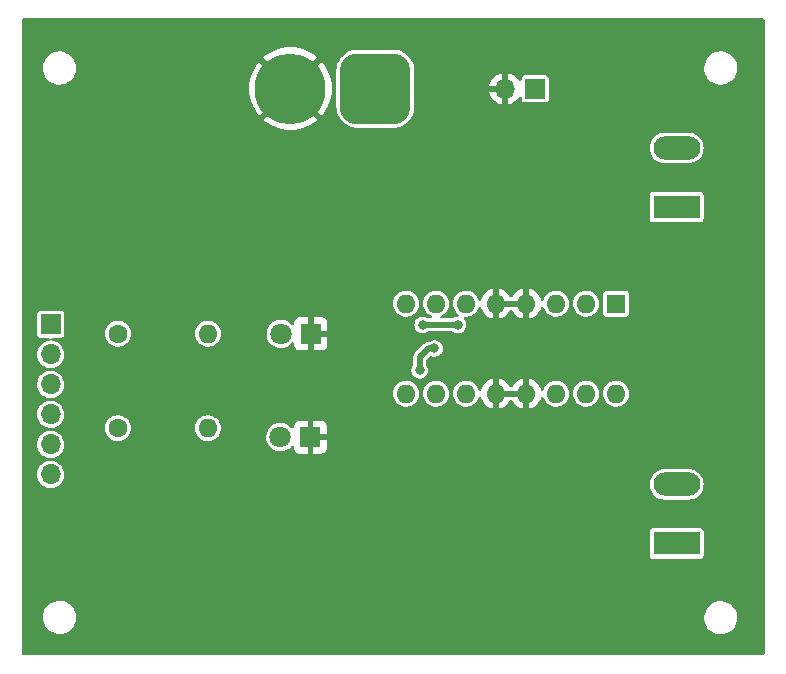
<source format=gbr>
%TF.GenerationSoftware,KiCad,Pcbnew,(6.0.4)*%
%TF.CreationDate,2022-08-23T18:09:03-07:00*%
%TF.ProjectId,RaspiCar_PCB1,52617370-6943-4617-925f-504342312e6b,rev?*%
%TF.SameCoordinates,Original*%
%TF.FileFunction,Copper,L2,Bot*%
%TF.FilePolarity,Positive*%
%FSLAX46Y46*%
G04 Gerber Fmt 4.6, Leading zero omitted, Abs format (unit mm)*
G04 Created by KiCad (PCBNEW (6.0.4)) date 2022-08-23 18:09:03*
%MOMM*%
%LPD*%
G01*
G04 APERTURE LIST*
G04 Aperture macros list*
%AMRoundRect*
0 Rectangle with rounded corners*
0 $1 Rounding radius*
0 $2 $3 $4 $5 $6 $7 $8 $9 X,Y pos of 4 corners*
0 Add a 4 corners polygon primitive as box body*
4,1,4,$2,$3,$4,$5,$6,$7,$8,$9,$2,$3,0*
0 Add four circle primitives for the rounded corners*
1,1,$1+$1,$2,$3*
1,1,$1+$1,$4,$5*
1,1,$1+$1,$6,$7*
1,1,$1+$1,$8,$9*
0 Add four rect primitives between the rounded corners*
20,1,$1+$1,$2,$3,$4,$5,0*
20,1,$1+$1,$4,$5,$6,$7,0*
20,1,$1+$1,$6,$7,$8,$9,0*
20,1,$1+$1,$8,$9,$2,$3,0*%
G04 Aperture macros list end*
%TA.AperFunction,ComponentPad*%
%ADD10RoundRect,1.500000X1.500000X1.500000X-1.500000X1.500000X-1.500000X-1.500000X1.500000X-1.500000X0*%
%TD*%
%TA.AperFunction,ComponentPad*%
%ADD11C,6.000000*%
%TD*%
%TA.AperFunction,ComponentPad*%
%ADD12R,1.800000X1.800000*%
%TD*%
%TA.AperFunction,ComponentPad*%
%ADD13C,1.800000*%
%TD*%
%TA.AperFunction,ComponentPad*%
%ADD14C,1.600000*%
%TD*%
%TA.AperFunction,ComponentPad*%
%ADD15O,1.600000X1.600000*%
%TD*%
%TA.AperFunction,ComponentPad*%
%ADD16O,1.700000X1.700000*%
%TD*%
%TA.AperFunction,ComponentPad*%
%ADD17R,1.700000X1.700000*%
%TD*%
%TA.AperFunction,ComponentPad*%
%ADD18R,3.960000X1.980000*%
%TD*%
%TA.AperFunction,ComponentPad*%
%ADD19O,3.960000X1.980000*%
%TD*%
%TA.AperFunction,ComponentPad*%
%ADD20R,1.600000X1.600000*%
%TD*%
%TA.AperFunction,ViaPad*%
%ADD21C,0.800000*%
%TD*%
%TA.AperFunction,Conductor*%
%ADD22C,0.500000*%
%TD*%
G04 APERTURE END LIST*
D10*
%TO.P,PWR_GND,1,Pin_1*%
%TO.N,+7.5V*%
X175750000Y-78250000D03*
D11*
%TO.P,PWR_GND,2,Pin_2*%
%TO.N,GND*%
X168550000Y-78250000D03*
%TD*%
D12*
%TO.P,LED1,1,K*%
%TO.N,GND*%
X170275000Y-99000000D03*
D13*
%TO.P,LED1,2,A*%
%TO.N,Net-(LED1-Pad2)*%
X167735000Y-99000000D03*
%TD*%
D14*
%TO.P,R1,1*%
%TO.N,Net-(L293D1-Pad1)*%
X153940000Y-99000000D03*
D15*
%TO.P,R1,2*%
%TO.N,Net-(LED1-Pad2)*%
X161560000Y-99000000D03*
%TD*%
D16*
%TO.P,Raspi_Logic,6,Pin_6*%
%TO.N,Net-(L293D1-Pad15)*%
X148250000Y-110910000D03*
%TO.P,Raspi_Logic,5,Pin_5*%
%TO.N,Net-(L293D1-Pad10)*%
X148250000Y-108370000D03*
%TO.P,Raspi_Logic,4,Pin_4*%
%TO.N,Net-(L293D1-Pad7)*%
X148250000Y-105830000D03*
%TO.P,Raspi_Logic,3,Pin_3*%
%TO.N,Net-(L293D1-Pad2)*%
X148250000Y-103290000D03*
%TO.P,Raspi_Logic,2,Pin_2*%
%TO.N,Net-(L293D1-Pad9)*%
X148250000Y-100750000D03*
D17*
%TO.P,Raspi_Logic,1,Pin_1*%
%TO.N,Net-(L293D1-Pad1)*%
X148250000Y-98210000D03*
%TD*%
D18*
%TO.P,Motor_1,1,Pin_1*%
%TO.N,Net-(L293D1-Pad3)*%
X201250000Y-88265000D03*
D19*
%TO.P,Motor_1,2,Pin_2*%
%TO.N,Net-(L293D1-Pad6)*%
X201250000Y-83265000D03*
%TD*%
D14*
%TO.P,R2,1*%
%TO.N,Net-(L293D1-Pad9)*%
X153940000Y-107000000D03*
D15*
%TO.P,R2,2*%
%TO.N,Net-(LED2-Pad2)*%
X161560000Y-107000000D03*
%TD*%
D18*
%TO.P,Motor_2,1,Pin_1*%
%TO.N,Net-(L293D1-Pad11)*%
X201250000Y-116750000D03*
D19*
%TO.P,Motor_2,2,Pin_2*%
%TO.N,Net-(L293D1-Pad14)*%
X201250000Y-111750000D03*
%TD*%
D12*
%TO.P,LED2,1,K*%
%TO.N,GND*%
X170250000Y-107750000D03*
D13*
%TO.P,LED2,2,A*%
%TO.N,Net-(LED2-Pad2)*%
X167710000Y-107750000D03*
%TD*%
D20*
%TO.P,L293D,1,EN1\u002C2*%
%TO.N,Net-(L293D1-Pad1)*%
X196125000Y-96450000D03*
D15*
%TO.P,L293D,2,1A*%
%TO.N,Net-(L293D1-Pad2)*%
X193585000Y-96450000D03*
%TO.P,L293D,3,1Y*%
%TO.N,Net-(L293D1-Pad3)*%
X191045000Y-96450000D03*
%TO.P,L293D,4,GND*%
%TO.N,GND*%
X188505000Y-96450000D03*
%TO.P,L293D,5,GND*%
X185965000Y-96450000D03*
%TO.P,L293D,6,2Y*%
%TO.N,Net-(L293D1-Pad6)*%
X183425000Y-96450000D03*
%TO.P,L293D,7,2A*%
%TO.N,Net-(L293D1-Pad7)*%
X180885000Y-96450000D03*
%TO.P,L293D,8,VCC2*%
%TO.N,+7.5V*%
X178345000Y-96450000D03*
%TO.P,L293D,9,EN3\u002C4*%
%TO.N,Net-(L293D1-Pad9)*%
X178345000Y-104070000D03*
%TO.P,L293D,10,3A*%
%TO.N,Net-(L293D1-Pad10)*%
X180885000Y-104070000D03*
%TO.P,L293D,11,3Y*%
%TO.N,Net-(L293D1-Pad11)*%
X183425000Y-104070000D03*
%TO.P,L293D,12,GND*%
%TO.N,GND*%
X185965000Y-104070000D03*
%TO.P,L293D,13,GND*%
X188505000Y-104070000D03*
%TO.P,L293D,14,4Y*%
%TO.N,Net-(L293D1-Pad14)*%
X191045000Y-104070000D03*
%TO.P,L293D,15,4A*%
%TO.N,Net-(L293D1-Pad15)*%
X193585000Y-104070000D03*
%TO.P,L293D,16,VCC1*%
%TO.N,+5V*%
X196125000Y-104070000D03*
%TD*%
D17*
%TO.P,Raspi_PWR,1,Pin_1*%
%TO.N,+5V*%
X189275000Y-78250000D03*
D16*
%TO.P,Raspi_PWR,2,Pin_2*%
%TO.N,GND*%
X186735000Y-78250000D03*
%TD*%
D21*
%TO.N,GND*%
X173000000Y-99000000D03*
X173000000Y-108000000D03*
X186000000Y-102500000D03*
X170000000Y-85000000D03*
X188500000Y-102500000D03*
X186000000Y-94000000D03*
X186750000Y-80750000D03*
X188500000Y-94000000D03*
%TO.N,Net-(L293D1-Pad2)*%
X182750000Y-98250000D03*
X179750000Y-98250000D03*
%TO.N,Net-(L293D1-Pad7)*%
X180750000Y-100250000D03*
X179500000Y-102099500D03*
%TD*%
D22*
%TO.N,Net-(L293D1-Pad2)*%
X179750000Y-98250000D02*
X182750000Y-98250000D01*
%TO.N,Net-(L293D1-Pad7)*%
X179500000Y-102099500D02*
X179500000Y-101000000D01*
X180250000Y-100250000D02*
X180750000Y-100250000D01*
X179500000Y-101000000D02*
X180250000Y-100250000D01*
%TD*%
%TA.AperFunction,Conductor*%
%TO.N,GND*%
G36*
X208642539Y-72320185D02*
G01*
X208688294Y-72372989D01*
X208699500Y-72424500D01*
X208699500Y-126075500D01*
X208679815Y-126142539D01*
X208627011Y-126188294D01*
X208575500Y-126199500D01*
X145924500Y-126199500D01*
X145857461Y-126179815D01*
X145811706Y-126127011D01*
X145800500Y-126075500D01*
X145800500Y-122933789D01*
X147595996Y-122933789D01*
X147604913Y-123171295D01*
X147605990Y-123176430D01*
X147605991Y-123176435D01*
X147652639Y-123398758D01*
X147653719Y-123403904D01*
X147741020Y-123624963D01*
X147743741Y-123629447D01*
X147743743Y-123629451D01*
X147811233Y-123740670D01*
X147864319Y-123828153D01*
X148020090Y-124007664D01*
X148076227Y-124053693D01*
X148188083Y-124145409D01*
X148203880Y-124158362D01*
X148208441Y-124160958D01*
X148208442Y-124160959D01*
X148405875Y-124273345D01*
X148405880Y-124273347D01*
X148410433Y-124275939D01*
X148633844Y-124357034D01*
X148867725Y-124399326D01*
X148892619Y-124400500D01*
X149059680Y-124400500D01*
X149062296Y-124400278D01*
X149062297Y-124400278D01*
X149231590Y-124385913D01*
X149236823Y-124385469D01*
X149466874Y-124325760D01*
X149683576Y-124228143D01*
X149880732Y-124095409D01*
X150052705Y-123931355D01*
X150194579Y-123740670D01*
X150230469Y-123670080D01*
X150299913Y-123533493D01*
X150299915Y-123533488D01*
X150302295Y-123528807D01*
X150372775Y-123301824D01*
X150373466Y-123296612D01*
X150403315Y-123071412D01*
X150403315Y-123071408D01*
X150404004Y-123066211D01*
X150400910Y-122983789D01*
X203595996Y-122983789D01*
X203604913Y-123221295D01*
X203605990Y-123226430D01*
X203605991Y-123226435D01*
X203652639Y-123448758D01*
X203653719Y-123453904D01*
X203741020Y-123674963D01*
X203743741Y-123679447D01*
X203743743Y-123679451D01*
X203811233Y-123790670D01*
X203864319Y-123878153D01*
X204020090Y-124057664D01*
X204203880Y-124208362D01*
X204208441Y-124210958D01*
X204208442Y-124210959D01*
X204405875Y-124323345D01*
X204405880Y-124323347D01*
X204410433Y-124325939D01*
X204633844Y-124407034D01*
X204867725Y-124449326D01*
X204892619Y-124450500D01*
X205059680Y-124450500D01*
X205062296Y-124450278D01*
X205062297Y-124450278D01*
X205231590Y-124435913D01*
X205236823Y-124435469D01*
X205466874Y-124375760D01*
X205683576Y-124278143D01*
X205880732Y-124145409D01*
X206052705Y-123981355D01*
X206194579Y-123790670D01*
X206222379Y-123735991D01*
X206299913Y-123583493D01*
X206299915Y-123583488D01*
X206302295Y-123578807D01*
X206316366Y-123533493D01*
X206371215Y-123356848D01*
X206372775Y-123351824D01*
X206404004Y-123116211D01*
X206395087Y-122878705D01*
X206385697Y-122833949D01*
X206347361Y-122651242D01*
X206347360Y-122651239D01*
X206346281Y-122646096D01*
X206258980Y-122425037D01*
X206231603Y-122379920D01*
X206138408Y-122226341D01*
X206135681Y-122221847D01*
X205979910Y-122042336D01*
X205816335Y-121908213D01*
X205800179Y-121894966D01*
X205800178Y-121894965D01*
X205796120Y-121891638D01*
X205791558Y-121889041D01*
X205594125Y-121776655D01*
X205594120Y-121776653D01*
X205589567Y-121774061D01*
X205366156Y-121692966D01*
X205132275Y-121650674D01*
X205107381Y-121649500D01*
X204940320Y-121649500D01*
X204937704Y-121649722D01*
X204937703Y-121649722D01*
X204926484Y-121650674D01*
X204763177Y-121664531D01*
X204533126Y-121724240D01*
X204316424Y-121821857D01*
X204119268Y-121954591D01*
X203947295Y-122118645D01*
X203805421Y-122309330D01*
X203803042Y-122314008D01*
X203803042Y-122314009D01*
X203725509Y-122466507D01*
X203697705Y-122521193D01*
X203627225Y-122748176D01*
X203626534Y-122753386D01*
X203626534Y-122753388D01*
X203603313Y-122928588D01*
X203595996Y-122983789D01*
X150400910Y-122983789D01*
X150395087Y-122828705D01*
X150378191Y-122748176D01*
X150347361Y-122601242D01*
X150347360Y-122601239D01*
X150346281Y-122596096D01*
X150258980Y-122375037D01*
X150191607Y-122264009D01*
X150138408Y-122176341D01*
X150135681Y-122171847D01*
X149979910Y-121992336D01*
X149796120Y-121841638D01*
X149761370Y-121821857D01*
X149594125Y-121726655D01*
X149594120Y-121726653D01*
X149589567Y-121724061D01*
X149366156Y-121642966D01*
X149132275Y-121600674D01*
X149107381Y-121599500D01*
X148940320Y-121599500D01*
X148937704Y-121599722D01*
X148937703Y-121599722D01*
X148926484Y-121600674D01*
X148763177Y-121614531D01*
X148533126Y-121674240D01*
X148316424Y-121771857D01*
X148119268Y-121904591D01*
X147947295Y-122068645D01*
X147805421Y-122259330D01*
X147803042Y-122264008D01*
X147803042Y-122264009D01*
X147721172Y-122425037D01*
X147697705Y-122471193D01*
X147696146Y-122476213D01*
X147696145Y-122476216D01*
X147680620Y-122526216D01*
X147627225Y-122698176D01*
X147595996Y-122933789D01*
X145800500Y-122933789D01*
X145800500Y-117784646D01*
X198969500Y-117784646D01*
X198972618Y-117810846D01*
X199018061Y-117913153D01*
X199097287Y-117992241D01*
X199107758Y-117996870D01*
X199107759Y-117996871D01*
X199191147Y-118033737D01*
X199191149Y-118033738D01*
X199199673Y-118037506D01*
X199225354Y-118040500D01*
X203274646Y-118040500D01*
X203278300Y-118040065D01*
X203278302Y-118040065D01*
X203283266Y-118039474D01*
X203300846Y-118037382D01*
X203403153Y-117991939D01*
X203482241Y-117912713D01*
X203527506Y-117810327D01*
X203530500Y-117784646D01*
X203530500Y-115715354D01*
X203527382Y-115689154D01*
X203481939Y-115586847D01*
X203402713Y-115507759D01*
X203392242Y-115503130D01*
X203392241Y-115503129D01*
X203308853Y-115466263D01*
X203308851Y-115466262D01*
X203300327Y-115462494D01*
X203274646Y-115459500D01*
X199225354Y-115459500D01*
X199221700Y-115459935D01*
X199221698Y-115459935D01*
X199216734Y-115460526D01*
X199199154Y-115462618D01*
X199096847Y-115508061D01*
X199017759Y-115587287D01*
X198972494Y-115689673D01*
X198969500Y-115715354D01*
X198969500Y-117784646D01*
X145800500Y-117784646D01*
X145800500Y-110879754D01*
X147094967Y-110879754D01*
X147095338Y-110885416D01*
X147095338Y-110885420D01*
X147096949Y-110910000D01*
X147108796Y-111090749D01*
X147160845Y-111295690D01*
X147163219Y-111300841D01*
X147163221Y-111300845D01*
X147201981Y-111384922D01*
X147249369Y-111487714D01*
X147371405Y-111660391D01*
X147522865Y-111807937D01*
X147527588Y-111811093D01*
X147527592Y-111811096D01*
X147598663Y-111858584D01*
X147698677Y-111925411D01*
X147892953Y-112008878D01*
X147956283Y-112023208D01*
X148093638Y-112054289D01*
X148093642Y-112054290D01*
X148099186Y-112055544D01*
X148225651Y-112060513D01*
X148304789Y-112063623D01*
X148304791Y-112063623D01*
X148310470Y-112063846D01*
X148316090Y-112063031D01*
X148316092Y-112063031D01*
X148514103Y-112034320D01*
X148514104Y-112034320D01*
X148519730Y-112033504D01*
X148598890Y-112006633D01*
X148714565Y-111967367D01*
X148714568Y-111967366D01*
X148719955Y-111965537D01*
X148724916Y-111962759D01*
X148724922Y-111962756D01*
X148831530Y-111903052D01*
X148904442Y-111862219D01*
X149039372Y-111750000D01*
X198964570Y-111750000D01*
X198984250Y-111974949D01*
X198985652Y-111980181D01*
X199005846Y-112055544D01*
X199042694Y-112193063D01*
X199138125Y-112397715D01*
X199141232Y-112402152D01*
X199141233Y-112402154D01*
X199264537Y-112578251D01*
X199264541Y-112578255D01*
X199267643Y-112582686D01*
X199427314Y-112742357D01*
X199431745Y-112745459D01*
X199431749Y-112745463D01*
X199607846Y-112868767D01*
X199612285Y-112871875D01*
X199816937Y-112967306D01*
X199822160Y-112968705D01*
X199822164Y-112968707D01*
X199997402Y-113015662D01*
X200035051Y-113025750D01*
X200125594Y-113033671D01*
X200200947Y-113040264D01*
X200200954Y-113040264D01*
X200203648Y-113040500D01*
X202296352Y-113040500D01*
X202299046Y-113040264D01*
X202299053Y-113040264D01*
X202374406Y-113033671D01*
X202464949Y-113025750D01*
X202502598Y-113015662D01*
X202677836Y-112968707D01*
X202677840Y-112968705D01*
X202683063Y-112967306D01*
X202887715Y-112871875D01*
X202892154Y-112868767D01*
X203068251Y-112745463D01*
X203068255Y-112745459D01*
X203072686Y-112742357D01*
X203232357Y-112582686D01*
X203235459Y-112578255D01*
X203235463Y-112578251D01*
X203358767Y-112402154D01*
X203358768Y-112402152D01*
X203361875Y-112397715D01*
X203457306Y-112193063D01*
X203494155Y-112055544D01*
X203514348Y-111980181D01*
X203515750Y-111974949D01*
X203535430Y-111750000D01*
X203515750Y-111525051D01*
X203478202Y-111384922D01*
X203458707Y-111312164D01*
X203458705Y-111312160D01*
X203457306Y-111306937D01*
X203361875Y-111102285D01*
X203358767Y-111097846D01*
X203235463Y-110921749D01*
X203235459Y-110921745D01*
X203232357Y-110917314D01*
X203072686Y-110757643D01*
X203068255Y-110754541D01*
X203068251Y-110754537D01*
X202892154Y-110631233D01*
X202892152Y-110631232D01*
X202887715Y-110628125D01*
X202683063Y-110532694D01*
X202677840Y-110531295D01*
X202677836Y-110531293D01*
X202470181Y-110475652D01*
X202470182Y-110475652D01*
X202464949Y-110474250D01*
X202374406Y-110466329D01*
X202299053Y-110459736D01*
X202299046Y-110459736D01*
X202296352Y-110459500D01*
X200203648Y-110459500D01*
X200200954Y-110459736D01*
X200200947Y-110459736D01*
X200125594Y-110466329D01*
X200035051Y-110474250D01*
X200029818Y-110475652D01*
X200029819Y-110475652D01*
X199822164Y-110531293D01*
X199822160Y-110531295D01*
X199816937Y-110532694D01*
X199612285Y-110628125D01*
X199607848Y-110631232D01*
X199607846Y-110631233D01*
X199431749Y-110754537D01*
X199431745Y-110754541D01*
X199427314Y-110757643D01*
X199267643Y-110917314D01*
X199264541Y-110921745D01*
X199264537Y-110921749D01*
X199141233Y-111097846D01*
X199138125Y-111102285D01*
X199042694Y-111306937D01*
X199041295Y-111312160D01*
X199041293Y-111312164D01*
X199021798Y-111384922D01*
X198984250Y-111525051D01*
X198964570Y-111750000D01*
X149039372Y-111750000D01*
X149067012Y-111727012D01*
X149070644Y-111722645D01*
X149198584Y-111568813D01*
X149198585Y-111568811D01*
X149202219Y-111564442D01*
X149248078Y-111482556D01*
X149302756Y-111384922D01*
X149302759Y-111384916D01*
X149305537Y-111379955D01*
X149336009Y-111290189D01*
X149371675Y-111185118D01*
X149373504Y-111179730D01*
X149403846Y-110970470D01*
X149405429Y-110910000D01*
X149386081Y-110699440D01*
X149328686Y-110495931D01*
X149235165Y-110306290D01*
X149108651Y-110136867D01*
X149104481Y-110133012D01*
X149104478Y-110133009D01*
X149040319Y-110073702D01*
X148953381Y-109993337D01*
X148774554Y-109880505D01*
X148578160Y-109802152D01*
X148572579Y-109801042D01*
X148572576Y-109801041D01*
X148376355Y-109762011D01*
X148376356Y-109762011D01*
X148370775Y-109760901D01*
X148370744Y-109760901D01*
X148307828Y-109735019D01*
X148267841Y-109677723D01*
X148265178Y-109607904D01*
X148300684Y-109547729D01*
X148367606Y-109515562D01*
X148514103Y-109494320D01*
X148514104Y-109494320D01*
X148519730Y-109493504D01*
X148598890Y-109466633D01*
X148714565Y-109427367D01*
X148714568Y-109427366D01*
X148719955Y-109425537D01*
X148724916Y-109422759D01*
X148724922Y-109422756D01*
X148831530Y-109363052D01*
X148904442Y-109322219D01*
X149067012Y-109187012D01*
X149101457Y-109145596D01*
X149198584Y-109028813D01*
X149198585Y-109028811D01*
X149202219Y-109024442D01*
X149259404Y-108922331D01*
X149302756Y-108844922D01*
X149302759Y-108844916D01*
X149305537Y-108839955D01*
X149315862Y-108809540D01*
X149371675Y-108645118D01*
X149373504Y-108639730D01*
X149403846Y-108430470D01*
X149405429Y-108370000D01*
X149386081Y-108159440D01*
X149328686Y-107955931D01*
X149235165Y-107766290D01*
X149108651Y-107596867D01*
X149104481Y-107593012D01*
X149104478Y-107593009D01*
X149009250Y-107504982D01*
X148953381Y-107453337D01*
X148774554Y-107340505D01*
X148578160Y-107262152D01*
X148572579Y-107261042D01*
X148572576Y-107261041D01*
X148376355Y-107222011D01*
X148376356Y-107222011D01*
X148370775Y-107220901D01*
X148370744Y-107220901D01*
X148307828Y-107195019D01*
X148267841Y-107137723D01*
X148265178Y-107067904D01*
X148300684Y-107007729D01*
X148367606Y-106975562D01*
X148398592Y-106971069D01*
X152835164Y-106971069D01*
X152835535Y-106976731D01*
X152835535Y-106976735D01*
X152840851Y-107057842D01*
X152848392Y-107172894D01*
X152898178Y-107368928D01*
X152982856Y-107552607D01*
X153099588Y-107717780D01*
X153244466Y-107858913D01*
X153412637Y-107971282D01*
X153598470Y-108051122D01*
X153694502Y-108072852D01*
X153790193Y-108094505D01*
X153790195Y-108094505D01*
X153795740Y-108095760D01*
X153913135Y-108100372D01*
X153992161Y-108103477D01*
X153992163Y-108103477D01*
X153997842Y-108103700D01*
X154003462Y-108102885D01*
X154003465Y-108102885D01*
X154192387Y-108075493D01*
X154192389Y-108075493D01*
X154198007Y-108074678D01*
X154203384Y-108072853D01*
X154203387Y-108072852D01*
X154325346Y-108031452D01*
X154389531Y-108009664D01*
X154525942Y-107933271D01*
X154561048Y-107913611D01*
X154561050Y-107913610D01*
X154566001Y-107910837D01*
X154628433Y-107858913D01*
X154717138Y-107785137D01*
X154721505Y-107781505D01*
X154759155Y-107736236D01*
X154847206Y-107630367D01*
X154847207Y-107630366D01*
X154850837Y-107626001D01*
X154864604Y-107601419D01*
X154922986Y-107497169D01*
X154949664Y-107449531D01*
X155004286Y-107288620D01*
X155012852Y-107263387D01*
X155012853Y-107263384D01*
X155014678Y-107258007D01*
X155015493Y-107252387D01*
X155043176Y-107061458D01*
X155043176Y-107061453D01*
X155043700Y-107057842D01*
X155045215Y-107000000D01*
X155042557Y-106971069D01*
X160455164Y-106971069D01*
X160455535Y-106976731D01*
X160455535Y-106976735D01*
X160460851Y-107057842D01*
X160468392Y-107172894D01*
X160518178Y-107368928D01*
X160602856Y-107552607D01*
X160719588Y-107717780D01*
X160864466Y-107858913D01*
X161032637Y-107971282D01*
X161218470Y-108051122D01*
X161314502Y-108072852D01*
X161410193Y-108094505D01*
X161410195Y-108094505D01*
X161415740Y-108095760D01*
X161533135Y-108100372D01*
X161612161Y-108103477D01*
X161612163Y-108103477D01*
X161617842Y-108103700D01*
X161623462Y-108102885D01*
X161623465Y-108102885D01*
X161812387Y-108075493D01*
X161812389Y-108075493D01*
X161818007Y-108074678D01*
X161823384Y-108072853D01*
X161823387Y-108072852D01*
X161945346Y-108031452D01*
X162009531Y-108009664D01*
X162145942Y-107933271D01*
X162181048Y-107913611D01*
X162181050Y-107913610D01*
X162186001Y-107910837D01*
X162248433Y-107858913D01*
X162337138Y-107785137D01*
X162341505Y-107781505D01*
X162379155Y-107736236D01*
X162393956Y-107718440D01*
X166504770Y-107718440D01*
X166505141Y-107724102D01*
X166505141Y-107724106D01*
X166508617Y-107777138D01*
X166519200Y-107938604D01*
X166573511Y-108152452D01*
X166575887Y-108157606D01*
X166576733Y-108159440D01*
X166665883Y-108352821D01*
X166669161Y-108357459D01*
X166781766Y-108516792D01*
X166793222Y-108533002D01*
X166797293Y-108536968D01*
X166797294Y-108536969D01*
X166947190Y-108682993D01*
X166947195Y-108682997D01*
X166951264Y-108686961D01*
X166955987Y-108690117D01*
X166955991Y-108690120D01*
X167040185Y-108746376D01*
X167134717Y-108809540D01*
X167337436Y-108896635D01*
X167350743Y-108899646D01*
X167547085Y-108944074D01*
X167547087Y-108944074D01*
X167552632Y-108945329D01*
X167690457Y-108950744D01*
X167767418Y-108953768D01*
X167767420Y-108953768D01*
X167773098Y-108953991D01*
X167778718Y-108953176D01*
X167778721Y-108953176D01*
X167985826Y-108923147D01*
X167985829Y-108923146D01*
X167991452Y-108922331D01*
X168103456Y-108884311D01*
X168194989Y-108853240D01*
X168194992Y-108853239D01*
X168200379Y-108851410D01*
X168353331Y-108765753D01*
X168387931Y-108746376D01*
X168387932Y-108746375D01*
X168392884Y-108743602D01*
X168562518Y-108602518D01*
X168605574Y-108550749D01*
X168630664Y-108520582D01*
X168688666Y-108481627D01*
X168758521Y-108480214D01*
X168818051Y-108516792D01*
X168848356Y-108579747D01*
X168850000Y-108599873D01*
X168850000Y-108693972D01*
X168850363Y-108700669D01*
X168855803Y-108750744D01*
X168859371Y-108765753D01*
X168903817Y-108884311D01*
X168912212Y-108899646D01*
X168987516Y-109000124D01*
X168999876Y-109012484D01*
X169100354Y-109087788D01*
X169115689Y-109096183D01*
X169234247Y-109140629D01*
X169249256Y-109144197D01*
X169299331Y-109149637D01*
X169306028Y-109150000D01*
X169982170Y-109150000D01*
X169997169Y-109145596D01*
X169998356Y-109144226D01*
X170000000Y-109136668D01*
X170000000Y-109132170D01*
X170500000Y-109132170D01*
X170504404Y-109147169D01*
X170505774Y-109148356D01*
X170513332Y-109150000D01*
X171193972Y-109150000D01*
X171200669Y-109149637D01*
X171250744Y-109144197D01*
X171265753Y-109140629D01*
X171384311Y-109096183D01*
X171399646Y-109087788D01*
X171500124Y-109012484D01*
X171512484Y-109000124D01*
X171587788Y-108899646D01*
X171596183Y-108884311D01*
X171640629Y-108765753D01*
X171644197Y-108750744D01*
X171649637Y-108700669D01*
X171650000Y-108693972D01*
X171650000Y-108017830D01*
X171645596Y-108002831D01*
X171644226Y-108001644D01*
X171636668Y-108000000D01*
X170517830Y-108000000D01*
X170502831Y-108004404D01*
X170501644Y-108005774D01*
X170500000Y-108013332D01*
X170500000Y-109132170D01*
X170000000Y-109132170D01*
X170000000Y-107482170D01*
X170500000Y-107482170D01*
X170504404Y-107497169D01*
X170505774Y-107498356D01*
X170513332Y-107500000D01*
X171632170Y-107500000D01*
X171647169Y-107495596D01*
X171648356Y-107494226D01*
X171650000Y-107486668D01*
X171650000Y-106806028D01*
X171649637Y-106799331D01*
X171644197Y-106749256D01*
X171640629Y-106734247D01*
X171596183Y-106615689D01*
X171587788Y-106600354D01*
X171512484Y-106499876D01*
X171500124Y-106487516D01*
X171399646Y-106412212D01*
X171384311Y-106403817D01*
X171265753Y-106359371D01*
X171250744Y-106355803D01*
X171200669Y-106350363D01*
X171193972Y-106350000D01*
X170517830Y-106350000D01*
X170502831Y-106354404D01*
X170501644Y-106355774D01*
X170500000Y-106363332D01*
X170500000Y-107482170D01*
X170000000Y-107482170D01*
X170000000Y-106367830D01*
X169995596Y-106352831D01*
X169994226Y-106351644D01*
X169986668Y-106350000D01*
X169306028Y-106350000D01*
X169299331Y-106350363D01*
X169249256Y-106355803D01*
X169234247Y-106359371D01*
X169115689Y-106403817D01*
X169100354Y-106412212D01*
X168999876Y-106487516D01*
X168987516Y-106499876D01*
X168912212Y-106600354D01*
X168903817Y-106615689D01*
X168859371Y-106734247D01*
X168855803Y-106749256D01*
X168850363Y-106799331D01*
X168850000Y-106806028D01*
X168850000Y-106896766D01*
X168830315Y-106963805D01*
X168777511Y-107009560D01*
X168708353Y-107019504D01*
X168644797Y-106990479D01*
X168626649Y-106970963D01*
X168605967Y-106943267D01*
X168443949Y-106793499D01*
X168345046Y-106731096D01*
X168262159Y-106678798D01*
X168262157Y-106678797D01*
X168257350Y-106675764D01*
X168052421Y-106594006D01*
X168046840Y-106592896D01*
X168046837Y-106592895D01*
X167941890Y-106572020D01*
X167836024Y-106550962D01*
X167830337Y-106550888D01*
X167830332Y-106550887D01*
X167621095Y-106548148D01*
X167621090Y-106548148D01*
X167615406Y-106548074D01*
X167609802Y-106549037D01*
X167609801Y-106549037D01*
X167403560Y-106584475D01*
X167403557Y-106584476D01*
X167397957Y-106585438D01*
X167190957Y-106661804D01*
X167162393Y-106678798D01*
X167017854Y-106764790D01*
X167001341Y-106774614D01*
X166835457Y-106920090D01*
X166698863Y-107093360D01*
X166696216Y-107098391D01*
X166630967Y-107222409D01*
X166596131Y-107288620D01*
X166594443Y-107294055D01*
X166594443Y-107294056D01*
X166544985Y-107453337D01*
X166530703Y-107499333D01*
X166530035Y-107504978D01*
X166530034Y-107504982D01*
X166519159Y-107596867D01*
X166504770Y-107718440D01*
X162393956Y-107718440D01*
X162467206Y-107630367D01*
X162467207Y-107630366D01*
X162470837Y-107626001D01*
X162484604Y-107601419D01*
X162542986Y-107497169D01*
X162569664Y-107449531D01*
X162624286Y-107288620D01*
X162632852Y-107263387D01*
X162632853Y-107263384D01*
X162634678Y-107258007D01*
X162635493Y-107252387D01*
X162663176Y-107061458D01*
X162663176Y-107061453D01*
X162663700Y-107057842D01*
X162665215Y-107000000D01*
X162646708Y-106798591D01*
X162608130Y-106661804D01*
X162593352Y-106609403D01*
X162593351Y-106609400D01*
X162591807Y-106603926D01*
X162502351Y-106422527D01*
X162381335Y-106260467D01*
X162232812Y-106123174D01*
X162195656Y-106099730D01*
X162066566Y-106018280D01*
X162066564Y-106018279D01*
X162061757Y-106015246D01*
X161873898Y-105940298D01*
X161868317Y-105939188D01*
X161868314Y-105939187D01*
X161800373Y-105925673D01*
X161675526Y-105900839D01*
X161669839Y-105900765D01*
X161669834Y-105900764D01*
X161478975Y-105898266D01*
X161478970Y-105898266D01*
X161473286Y-105898192D01*
X161467682Y-105899155D01*
X161467681Y-105899155D01*
X161279546Y-105931482D01*
X161279543Y-105931483D01*
X161273949Y-105932444D01*
X161252660Y-105940298D01*
X161089521Y-106000483D01*
X161089517Y-106000485D01*
X161084193Y-106002449D01*
X161079310Y-106005354D01*
X161079308Y-106005355D01*
X161057583Y-106018280D01*
X160910371Y-106105862D01*
X160758305Y-106239220D01*
X160633089Y-106398057D01*
X160630442Y-106403088D01*
X160587639Y-106484442D01*
X160538914Y-106577053D01*
X160537229Y-106582479D01*
X160537228Y-106582482D01*
X160531679Y-106600354D01*
X160478937Y-106770213D01*
X160455164Y-106971069D01*
X155042557Y-106971069D01*
X155026708Y-106798591D01*
X154988130Y-106661804D01*
X154973352Y-106609403D01*
X154973351Y-106609400D01*
X154971807Y-106603926D01*
X154882351Y-106422527D01*
X154761335Y-106260467D01*
X154612812Y-106123174D01*
X154575656Y-106099730D01*
X154446566Y-106018280D01*
X154446564Y-106018279D01*
X154441757Y-106015246D01*
X154253898Y-105940298D01*
X154248317Y-105939188D01*
X154248314Y-105939187D01*
X154180373Y-105925673D01*
X154055526Y-105900839D01*
X154049839Y-105900765D01*
X154049834Y-105900764D01*
X153858975Y-105898266D01*
X153858970Y-105898266D01*
X153853286Y-105898192D01*
X153847682Y-105899155D01*
X153847681Y-105899155D01*
X153659546Y-105931482D01*
X153659543Y-105931483D01*
X153653949Y-105932444D01*
X153632660Y-105940298D01*
X153469521Y-106000483D01*
X153469517Y-106000485D01*
X153464193Y-106002449D01*
X153459310Y-106005354D01*
X153459308Y-106005355D01*
X153437583Y-106018280D01*
X153290371Y-106105862D01*
X153138305Y-106239220D01*
X153013089Y-106398057D01*
X153010442Y-106403088D01*
X152967639Y-106484442D01*
X152918914Y-106577053D01*
X152917229Y-106582479D01*
X152917228Y-106582482D01*
X152911679Y-106600354D01*
X152858937Y-106770213D01*
X152835164Y-106971069D01*
X148398592Y-106971069D01*
X148514103Y-106954320D01*
X148514104Y-106954320D01*
X148519730Y-106953504D01*
X148598890Y-106926633D01*
X148714565Y-106887367D01*
X148714568Y-106887366D01*
X148719955Y-106885537D01*
X148724916Y-106882759D01*
X148724922Y-106882756D01*
X148861928Y-106806028D01*
X148904442Y-106782219D01*
X148925399Y-106764790D01*
X149062645Y-106650644D01*
X149067012Y-106647012D01*
X149105817Y-106600354D01*
X149198584Y-106488813D01*
X149198585Y-106488811D01*
X149202219Y-106484442D01*
X149250597Y-106398057D01*
X149302756Y-106304922D01*
X149302759Y-106304916D01*
X149305537Y-106299955D01*
X149318942Y-106260467D01*
X149371675Y-106105118D01*
X149373504Y-106099730D01*
X149403846Y-105890470D01*
X149405429Y-105830000D01*
X149386081Y-105619440D01*
X149328686Y-105415931D01*
X149235165Y-105226290D01*
X149108651Y-105056867D01*
X149104481Y-105053012D01*
X149104478Y-105053009D01*
X149022474Y-104977206D01*
X148953381Y-104913337D01*
X148855384Y-104851505D01*
X148779363Y-104803539D01*
X148779361Y-104803538D01*
X148774554Y-104800505D01*
X148578160Y-104722152D01*
X148572579Y-104721042D01*
X148572576Y-104721041D01*
X148376355Y-104682011D01*
X148376356Y-104682011D01*
X148370775Y-104680901D01*
X148370744Y-104680901D01*
X148307828Y-104655019D01*
X148267841Y-104597723D01*
X148265178Y-104527904D01*
X148300684Y-104467729D01*
X148367606Y-104435562D01*
X148514103Y-104414320D01*
X148514104Y-104414320D01*
X148519730Y-104413504D01*
X148620578Y-104379271D01*
X148714565Y-104347367D01*
X148714568Y-104347366D01*
X148719955Y-104345537D01*
X148724916Y-104342759D01*
X148724922Y-104342756D01*
X148831530Y-104283052D01*
X148904442Y-104242219D01*
X149041967Y-104127842D01*
X149062645Y-104110644D01*
X149067012Y-104107012D01*
X149097794Y-104070000D01*
X149121856Y-104041069D01*
X177240164Y-104041069D01*
X177240535Y-104046731D01*
X177240535Y-104046735D01*
X177245851Y-104127842D01*
X177253392Y-104242894D01*
X177303178Y-104438928D01*
X177305554Y-104444082D01*
X177383044Y-104612168D01*
X177387856Y-104622607D01*
X177504588Y-104787780D01*
X177649466Y-104928913D01*
X177817637Y-105041282D01*
X178003470Y-105121122D01*
X178099502Y-105142852D01*
X178195193Y-105164505D01*
X178195195Y-105164505D01*
X178200740Y-105165760D01*
X178318135Y-105170372D01*
X178397161Y-105173477D01*
X178397163Y-105173477D01*
X178402842Y-105173700D01*
X178408462Y-105172885D01*
X178408465Y-105172885D01*
X178597387Y-105145493D01*
X178597389Y-105145493D01*
X178603007Y-105144678D01*
X178608384Y-105142853D01*
X178608387Y-105142852D01*
X178693090Y-105114099D01*
X178794531Y-105079664D01*
X178971001Y-104980837D01*
X179033433Y-104928913D01*
X179122138Y-104855137D01*
X179126505Y-104851505D01*
X179166398Y-104803539D01*
X179252206Y-104700367D01*
X179252207Y-104700366D01*
X179255837Y-104696001D01*
X179264294Y-104680901D01*
X179351886Y-104524491D01*
X179354664Y-104519531D01*
X179402276Y-104379271D01*
X179417852Y-104333387D01*
X179417853Y-104333384D01*
X179419678Y-104328007D01*
X179432019Y-104242894D01*
X179448176Y-104131458D01*
X179448176Y-104131453D01*
X179448700Y-104127842D01*
X179449151Y-104110644D01*
X179450119Y-104073661D01*
X179450215Y-104070000D01*
X179447557Y-104041069D01*
X179780164Y-104041069D01*
X179780535Y-104046731D01*
X179780535Y-104046735D01*
X179785851Y-104127842D01*
X179793392Y-104242894D01*
X179843178Y-104438928D01*
X179845554Y-104444082D01*
X179923044Y-104612168D01*
X179927856Y-104622607D01*
X180044588Y-104787780D01*
X180189466Y-104928913D01*
X180357637Y-105041282D01*
X180543470Y-105121122D01*
X180639502Y-105142852D01*
X180735193Y-105164505D01*
X180735195Y-105164505D01*
X180740740Y-105165760D01*
X180858135Y-105170372D01*
X180937161Y-105173477D01*
X180937163Y-105173477D01*
X180942842Y-105173700D01*
X180948462Y-105172885D01*
X180948465Y-105172885D01*
X181137387Y-105145493D01*
X181137389Y-105145493D01*
X181143007Y-105144678D01*
X181148384Y-105142853D01*
X181148387Y-105142852D01*
X181233090Y-105114099D01*
X181334531Y-105079664D01*
X181511001Y-104980837D01*
X181573433Y-104928913D01*
X181662138Y-104855137D01*
X181666505Y-104851505D01*
X181706398Y-104803539D01*
X181792206Y-104700367D01*
X181792207Y-104700366D01*
X181795837Y-104696001D01*
X181804294Y-104680901D01*
X181891886Y-104524491D01*
X181894664Y-104519531D01*
X181942276Y-104379271D01*
X181957852Y-104333387D01*
X181957853Y-104333384D01*
X181959678Y-104328007D01*
X181972019Y-104242894D01*
X181988176Y-104131458D01*
X181988176Y-104131453D01*
X181988700Y-104127842D01*
X181989151Y-104110644D01*
X181990119Y-104073661D01*
X181990215Y-104070000D01*
X181987557Y-104041069D01*
X182320164Y-104041069D01*
X182320535Y-104046731D01*
X182320535Y-104046735D01*
X182325851Y-104127842D01*
X182333392Y-104242894D01*
X182383178Y-104438928D01*
X182385554Y-104444082D01*
X182463044Y-104612168D01*
X182467856Y-104622607D01*
X182584588Y-104787780D01*
X182729466Y-104928913D01*
X182897637Y-105041282D01*
X183083470Y-105121122D01*
X183179502Y-105142852D01*
X183275193Y-105164505D01*
X183275195Y-105164505D01*
X183280740Y-105165760D01*
X183398135Y-105170372D01*
X183477161Y-105173477D01*
X183477163Y-105173477D01*
X183482842Y-105173700D01*
X183488462Y-105172885D01*
X183488465Y-105172885D01*
X183677387Y-105145493D01*
X183677389Y-105145493D01*
X183683007Y-105144678D01*
X183688384Y-105142853D01*
X183688387Y-105142852D01*
X183773090Y-105114099D01*
X183874531Y-105079664D01*
X184051001Y-104980837D01*
X184113433Y-104928913D01*
X184202138Y-104855137D01*
X184206505Y-104851505D01*
X184246398Y-104803539D01*
X184332206Y-104700367D01*
X184332207Y-104700366D01*
X184335837Y-104696001D01*
X184344294Y-104680901D01*
X184431886Y-104524491D01*
X184434664Y-104519531D01*
X184463894Y-104433423D01*
X184473681Y-104404592D01*
X184513870Y-104347438D01*
X184578579Y-104321085D01*
X184647264Y-104333899D01*
X184698117Y-104381814D01*
X184710875Y-104412358D01*
X184737331Y-104511095D01*
X184741021Y-104521231D01*
X184832580Y-104717580D01*
X184837968Y-104726913D01*
X184962233Y-104904381D01*
X184969169Y-104912647D01*
X185122353Y-105065831D01*
X185130619Y-105072767D01*
X185308087Y-105197032D01*
X185317420Y-105202420D01*
X185513765Y-105293977D01*
X185523908Y-105297669D01*
X185697779Y-105344258D01*
X185711653Y-105343927D01*
X185715000Y-105336111D01*
X185715000Y-105331042D01*
X186215000Y-105331042D01*
X186218910Y-105344359D01*
X186227326Y-105345569D01*
X186406092Y-105297669D01*
X186416235Y-105293977D01*
X186612580Y-105202420D01*
X186621913Y-105197032D01*
X186799381Y-105072767D01*
X186807647Y-105065831D01*
X186960831Y-104912647D01*
X186967767Y-104904381D01*
X187092032Y-104726913D01*
X187097423Y-104717576D01*
X187122618Y-104663544D01*
X187168790Y-104611104D01*
X187235983Y-104591952D01*
X187302865Y-104612168D01*
X187347382Y-104663544D01*
X187372577Y-104717576D01*
X187377968Y-104726913D01*
X187502233Y-104904381D01*
X187509169Y-104912647D01*
X187662353Y-105065831D01*
X187670619Y-105072767D01*
X187848087Y-105197032D01*
X187857420Y-105202420D01*
X188053765Y-105293977D01*
X188063908Y-105297669D01*
X188237779Y-105344258D01*
X188251653Y-105343927D01*
X188255000Y-105336111D01*
X188255000Y-105331042D01*
X188755000Y-105331042D01*
X188758910Y-105344359D01*
X188767326Y-105345569D01*
X188946092Y-105297669D01*
X188956235Y-105293977D01*
X189152580Y-105202420D01*
X189161913Y-105197032D01*
X189339381Y-105072767D01*
X189347647Y-105065831D01*
X189500831Y-104912647D01*
X189507767Y-104904381D01*
X189632032Y-104726913D01*
X189637420Y-104717580D01*
X189728979Y-104521231D01*
X189732668Y-104511098D01*
X189757967Y-104416680D01*
X189794332Y-104357020D01*
X189857179Y-104326491D01*
X189926555Y-104334786D01*
X189980433Y-104379271D01*
X189997927Y-104418253D01*
X190001779Y-104433423D01*
X190001782Y-104433432D01*
X190003178Y-104438928D01*
X190005554Y-104444082D01*
X190083044Y-104612168D01*
X190087856Y-104622607D01*
X190204588Y-104787780D01*
X190349466Y-104928913D01*
X190517637Y-105041282D01*
X190703470Y-105121122D01*
X190799502Y-105142852D01*
X190895193Y-105164505D01*
X190895195Y-105164505D01*
X190900740Y-105165760D01*
X191018135Y-105170372D01*
X191097161Y-105173477D01*
X191097163Y-105173477D01*
X191102842Y-105173700D01*
X191108462Y-105172885D01*
X191108465Y-105172885D01*
X191297387Y-105145493D01*
X191297389Y-105145493D01*
X191303007Y-105144678D01*
X191308384Y-105142853D01*
X191308387Y-105142852D01*
X191393090Y-105114099D01*
X191494531Y-105079664D01*
X191671001Y-104980837D01*
X191733433Y-104928913D01*
X191822138Y-104855137D01*
X191826505Y-104851505D01*
X191866398Y-104803539D01*
X191952206Y-104700367D01*
X191952207Y-104700366D01*
X191955837Y-104696001D01*
X191964294Y-104680901D01*
X192051886Y-104524491D01*
X192054664Y-104519531D01*
X192102276Y-104379271D01*
X192117852Y-104333387D01*
X192117853Y-104333384D01*
X192119678Y-104328007D01*
X192132019Y-104242894D01*
X192148176Y-104131458D01*
X192148176Y-104131453D01*
X192148700Y-104127842D01*
X192149151Y-104110644D01*
X192150119Y-104073661D01*
X192150215Y-104070000D01*
X192147557Y-104041069D01*
X192480164Y-104041069D01*
X192480535Y-104046731D01*
X192480535Y-104046735D01*
X192485851Y-104127842D01*
X192493392Y-104242894D01*
X192543178Y-104438928D01*
X192545554Y-104444082D01*
X192623044Y-104612168D01*
X192627856Y-104622607D01*
X192744588Y-104787780D01*
X192889466Y-104928913D01*
X193057637Y-105041282D01*
X193243470Y-105121122D01*
X193339502Y-105142852D01*
X193435193Y-105164505D01*
X193435195Y-105164505D01*
X193440740Y-105165760D01*
X193558135Y-105170372D01*
X193637161Y-105173477D01*
X193637163Y-105173477D01*
X193642842Y-105173700D01*
X193648462Y-105172885D01*
X193648465Y-105172885D01*
X193837387Y-105145493D01*
X193837389Y-105145493D01*
X193843007Y-105144678D01*
X193848384Y-105142853D01*
X193848387Y-105142852D01*
X193933090Y-105114099D01*
X194034531Y-105079664D01*
X194211001Y-104980837D01*
X194273433Y-104928913D01*
X194362138Y-104855137D01*
X194366505Y-104851505D01*
X194406398Y-104803539D01*
X194492206Y-104700367D01*
X194492207Y-104700366D01*
X194495837Y-104696001D01*
X194504294Y-104680901D01*
X194591886Y-104524491D01*
X194594664Y-104519531D01*
X194642276Y-104379271D01*
X194657852Y-104333387D01*
X194657853Y-104333384D01*
X194659678Y-104328007D01*
X194672019Y-104242894D01*
X194688176Y-104131458D01*
X194688176Y-104131453D01*
X194688700Y-104127842D01*
X194689151Y-104110644D01*
X194690119Y-104073661D01*
X194690215Y-104070000D01*
X194687557Y-104041069D01*
X195020164Y-104041069D01*
X195020535Y-104046731D01*
X195020535Y-104046735D01*
X195025851Y-104127842D01*
X195033392Y-104242894D01*
X195083178Y-104438928D01*
X195085554Y-104444082D01*
X195163044Y-104612168D01*
X195167856Y-104622607D01*
X195284588Y-104787780D01*
X195429466Y-104928913D01*
X195597637Y-105041282D01*
X195783470Y-105121122D01*
X195879502Y-105142852D01*
X195975193Y-105164505D01*
X195975195Y-105164505D01*
X195980740Y-105165760D01*
X196098135Y-105170372D01*
X196177161Y-105173477D01*
X196177163Y-105173477D01*
X196182842Y-105173700D01*
X196188462Y-105172885D01*
X196188465Y-105172885D01*
X196377387Y-105145493D01*
X196377389Y-105145493D01*
X196383007Y-105144678D01*
X196388384Y-105142853D01*
X196388387Y-105142852D01*
X196473090Y-105114099D01*
X196574531Y-105079664D01*
X196751001Y-104980837D01*
X196813433Y-104928913D01*
X196902138Y-104855137D01*
X196906505Y-104851505D01*
X196946398Y-104803539D01*
X197032206Y-104700367D01*
X197032207Y-104700366D01*
X197035837Y-104696001D01*
X197044294Y-104680901D01*
X197131886Y-104524491D01*
X197134664Y-104519531D01*
X197182276Y-104379271D01*
X197197852Y-104333387D01*
X197197853Y-104333384D01*
X197199678Y-104328007D01*
X197212019Y-104242894D01*
X197228176Y-104131458D01*
X197228176Y-104131453D01*
X197228700Y-104127842D01*
X197229151Y-104110644D01*
X197230119Y-104073661D01*
X197230215Y-104070000D01*
X197211708Y-103868591D01*
X197181070Y-103759955D01*
X197158352Y-103679403D01*
X197158351Y-103679400D01*
X197156807Y-103673926D01*
X197067351Y-103492527D01*
X196946335Y-103330467D01*
X196797812Y-103193174D01*
X196626757Y-103085246D01*
X196438898Y-103010298D01*
X196433317Y-103009188D01*
X196433314Y-103009187D01*
X196365373Y-102995673D01*
X196240526Y-102970839D01*
X196234839Y-102970765D01*
X196234834Y-102970764D01*
X196043975Y-102968266D01*
X196043970Y-102968266D01*
X196038286Y-102968192D01*
X196032682Y-102969155D01*
X196032681Y-102969155D01*
X195844546Y-103001482D01*
X195844543Y-103001483D01*
X195838949Y-103002444D01*
X195817660Y-103010298D01*
X195654521Y-103070483D01*
X195654517Y-103070485D01*
X195649193Y-103072449D01*
X195644310Y-103075354D01*
X195644308Y-103075355D01*
X195627683Y-103085246D01*
X195475371Y-103175862D01*
X195323305Y-103309220D01*
X195198089Y-103468057D01*
X195103914Y-103647053D01*
X195102229Y-103652479D01*
X195102228Y-103652482D01*
X195096730Y-103670189D01*
X195043937Y-103840213D01*
X195020164Y-104041069D01*
X194687557Y-104041069D01*
X194671708Y-103868591D01*
X194641070Y-103759955D01*
X194618352Y-103679403D01*
X194618351Y-103679400D01*
X194616807Y-103673926D01*
X194527351Y-103492527D01*
X194406335Y-103330467D01*
X194257812Y-103193174D01*
X194086757Y-103085246D01*
X193898898Y-103010298D01*
X193893317Y-103009188D01*
X193893314Y-103009187D01*
X193825373Y-102995673D01*
X193700526Y-102970839D01*
X193694839Y-102970765D01*
X193694834Y-102970764D01*
X193503975Y-102968266D01*
X193503970Y-102968266D01*
X193498286Y-102968192D01*
X193492682Y-102969155D01*
X193492681Y-102969155D01*
X193304546Y-103001482D01*
X193304543Y-103001483D01*
X193298949Y-103002444D01*
X193277660Y-103010298D01*
X193114521Y-103070483D01*
X193114517Y-103070485D01*
X193109193Y-103072449D01*
X193104310Y-103075354D01*
X193104308Y-103075355D01*
X193087683Y-103085246D01*
X192935371Y-103175862D01*
X192783305Y-103309220D01*
X192658089Y-103468057D01*
X192563914Y-103647053D01*
X192562229Y-103652479D01*
X192562228Y-103652482D01*
X192556730Y-103670189D01*
X192503937Y-103840213D01*
X192480164Y-104041069D01*
X192147557Y-104041069D01*
X192131708Y-103868591D01*
X192101070Y-103759955D01*
X192078352Y-103679403D01*
X192078351Y-103679400D01*
X192076807Y-103673926D01*
X191987351Y-103492527D01*
X191866335Y-103330467D01*
X191717812Y-103193174D01*
X191546757Y-103085246D01*
X191358898Y-103010298D01*
X191353317Y-103009188D01*
X191353314Y-103009187D01*
X191285373Y-102995673D01*
X191160526Y-102970839D01*
X191154839Y-102970765D01*
X191154834Y-102970764D01*
X190963975Y-102968266D01*
X190963970Y-102968266D01*
X190958286Y-102968192D01*
X190952682Y-102969155D01*
X190952681Y-102969155D01*
X190764546Y-103001482D01*
X190764543Y-103001483D01*
X190758949Y-103002444D01*
X190737660Y-103010298D01*
X190574521Y-103070483D01*
X190574517Y-103070485D01*
X190569193Y-103072449D01*
X190564310Y-103075354D01*
X190564308Y-103075355D01*
X190547683Y-103085246D01*
X190395371Y-103175862D01*
X190243305Y-103309220D01*
X190118089Y-103468057D01*
X190023914Y-103647053D01*
X190022230Y-103652478D01*
X190022227Y-103652484D01*
X189997377Y-103732518D01*
X189958698Y-103790705D01*
X189894701Y-103818744D01*
X189825705Y-103807733D01*
X189773615Y-103761167D01*
X189759179Y-103727842D01*
X189732668Y-103628902D01*
X189728979Y-103618769D01*
X189637420Y-103422420D01*
X189632032Y-103413087D01*
X189507767Y-103235619D01*
X189500831Y-103227353D01*
X189347647Y-103074169D01*
X189339381Y-103067233D01*
X189161913Y-102942968D01*
X189152580Y-102937580D01*
X188956235Y-102846023D01*
X188946092Y-102842331D01*
X188772221Y-102795742D01*
X188758347Y-102796073D01*
X188755000Y-102803889D01*
X188755000Y-105331042D01*
X188255000Y-105331042D01*
X188255000Y-104337830D01*
X188250596Y-104322831D01*
X188249226Y-104321644D01*
X188241668Y-104320000D01*
X186232830Y-104320000D01*
X186217831Y-104324404D01*
X186216644Y-104325774D01*
X186215000Y-104333332D01*
X186215000Y-105331042D01*
X185715000Y-105331042D01*
X185715000Y-103802170D01*
X186215000Y-103802170D01*
X186219404Y-103817169D01*
X186220774Y-103818356D01*
X186228332Y-103820000D01*
X188237170Y-103820000D01*
X188252169Y-103815596D01*
X188253356Y-103814226D01*
X188255000Y-103806668D01*
X188255000Y-102808958D01*
X188251090Y-102795641D01*
X188242674Y-102794431D01*
X188063908Y-102842331D01*
X188053765Y-102846023D01*
X187857420Y-102937580D01*
X187848087Y-102942968D01*
X187670619Y-103067233D01*
X187662353Y-103074169D01*
X187509169Y-103227353D01*
X187502233Y-103235619D01*
X187377968Y-103413087D01*
X187372577Y-103422424D01*
X187347382Y-103476456D01*
X187301210Y-103528896D01*
X187234017Y-103548048D01*
X187167135Y-103527832D01*
X187122618Y-103476456D01*
X187097423Y-103422424D01*
X187092032Y-103413087D01*
X186967767Y-103235619D01*
X186960831Y-103227353D01*
X186807647Y-103074169D01*
X186799381Y-103067233D01*
X186621913Y-102942968D01*
X186612580Y-102937580D01*
X186416235Y-102846023D01*
X186406092Y-102842331D01*
X186232221Y-102795742D01*
X186218347Y-102796073D01*
X186215000Y-102803889D01*
X186215000Y-103802170D01*
X185715000Y-103802170D01*
X185715000Y-102808958D01*
X185711090Y-102795641D01*
X185702674Y-102794431D01*
X185523908Y-102842331D01*
X185513765Y-102846023D01*
X185317420Y-102937580D01*
X185308087Y-102942968D01*
X185130619Y-103067233D01*
X185122353Y-103074169D01*
X184969169Y-103227353D01*
X184962233Y-103235619D01*
X184837968Y-103413087D01*
X184832580Y-103422420D01*
X184741021Y-103618769D01*
X184737331Y-103628905D01*
X184711188Y-103726475D01*
X184674823Y-103786136D01*
X184611976Y-103816665D01*
X184542601Y-103808370D01*
X184488723Y-103763885D01*
X184472069Y-103728041D01*
X184458351Y-103679401D01*
X184456807Y-103673926D01*
X184367351Y-103492527D01*
X184246335Y-103330467D01*
X184097812Y-103193174D01*
X183926757Y-103085246D01*
X183738898Y-103010298D01*
X183733317Y-103009188D01*
X183733314Y-103009187D01*
X183665373Y-102995673D01*
X183540526Y-102970839D01*
X183534839Y-102970765D01*
X183534834Y-102970764D01*
X183343975Y-102968266D01*
X183343970Y-102968266D01*
X183338286Y-102968192D01*
X183332682Y-102969155D01*
X183332681Y-102969155D01*
X183144546Y-103001482D01*
X183144543Y-103001483D01*
X183138949Y-103002444D01*
X183117660Y-103010298D01*
X182954521Y-103070483D01*
X182954517Y-103070485D01*
X182949193Y-103072449D01*
X182944310Y-103075354D01*
X182944308Y-103075355D01*
X182927683Y-103085246D01*
X182775371Y-103175862D01*
X182623305Y-103309220D01*
X182498089Y-103468057D01*
X182403914Y-103647053D01*
X182402229Y-103652479D01*
X182402228Y-103652482D01*
X182396730Y-103670189D01*
X182343937Y-103840213D01*
X182320164Y-104041069D01*
X181987557Y-104041069D01*
X181971708Y-103868591D01*
X181941070Y-103759955D01*
X181918352Y-103679403D01*
X181918351Y-103679400D01*
X181916807Y-103673926D01*
X181827351Y-103492527D01*
X181706335Y-103330467D01*
X181557812Y-103193174D01*
X181386757Y-103085246D01*
X181198898Y-103010298D01*
X181193317Y-103009188D01*
X181193314Y-103009187D01*
X181125373Y-102995673D01*
X181000526Y-102970839D01*
X180994839Y-102970765D01*
X180994834Y-102970764D01*
X180803975Y-102968266D01*
X180803970Y-102968266D01*
X180798286Y-102968192D01*
X180792682Y-102969155D01*
X180792681Y-102969155D01*
X180604546Y-103001482D01*
X180604543Y-103001483D01*
X180598949Y-103002444D01*
X180577660Y-103010298D01*
X180414521Y-103070483D01*
X180414517Y-103070485D01*
X180409193Y-103072449D01*
X180404310Y-103075354D01*
X180404308Y-103075355D01*
X180387683Y-103085246D01*
X180235371Y-103175862D01*
X180083305Y-103309220D01*
X179958089Y-103468057D01*
X179863914Y-103647053D01*
X179862229Y-103652479D01*
X179862228Y-103652482D01*
X179856730Y-103670189D01*
X179803937Y-103840213D01*
X179780164Y-104041069D01*
X179447557Y-104041069D01*
X179431708Y-103868591D01*
X179401070Y-103759955D01*
X179378352Y-103679403D01*
X179378351Y-103679400D01*
X179376807Y-103673926D01*
X179287351Y-103492527D01*
X179166335Y-103330467D01*
X179017812Y-103193174D01*
X178846757Y-103085246D01*
X178658898Y-103010298D01*
X178653317Y-103009188D01*
X178653314Y-103009187D01*
X178585373Y-102995673D01*
X178460526Y-102970839D01*
X178454839Y-102970765D01*
X178454834Y-102970764D01*
X178263975Y-102968266D01*
X178263970Y-102968266D01*
X178258286Y-102968192D01*
X178252682Y-102969155D01*
X178252681Y-102969155D01*
X178064546Y-103001482D01*
X178064543Y-103001483D01*
X178058949Y-103002444D01*
X178037660Y-103010298D01*
X177874521Y-103070483D01*
X177874517Y-103070485D01*
X177869193Y-103072449D01*
X177864310Y-103075354D01*
X177864308Y-103075355D01*
X177847683Y-103085246D01*
X177695371Y-103175862D01*
X177543305Y-103309220D01*
X177418089Y-103468057D01*
X177323914Y-103647053D01*
X177322229Y-103652479D01*
X177322228Y-103652482D01*
X177316730Y-103670189D01*
X177263937Y-103840213D01*
X177240164Y-104041069D01*
X149121856Y-104041069D01*
X149198584Y-103948813D01*
X149198585Y-103948811D01*
X149202219Y-103944442D01*
X149248078Y-103862556D01*
X149302756Y-103764922D01*
X149302759Y-103764916D01*
X149305537Y-103759955D01*
X149316371Y-103728041D01*
X149371675Y-103565118D01*
X149373504Y-103559730D01*
X149403846Y-103350470D01*
X149405429Y-103290000D01*
X149386081Y-103079440D01*
X149328686Y-102875931D01*
X149235165Y-102686290D01*
X149108651Y-102516867D01*
X149104481Y-102513012D01*
X149104478Y-102513009D01*
X149017398Y-102432514D01*
X148953381Y-102373337D01*
X148808834Y-102282134D01*
X148779363Y-102263539D01*
X148779361Y-102263538D01*
X148774554Y-102260505D01*
X148578160Y-102182152D01*
X148572579Y-102181042D01*
X148572576Y-102181041D01*
X148376355Y-102142011D01*
X148376356Y-102142011D01*
X148370775Y-102140901D01*
X148370744Y-102140901D01*
X148307828Y-102115019D01*
X148291840Y-102092111D01*
X178794394Y-102092111D01*
X178795214Y-102099539D01*
X178795214Y-102099541D01*
X178799903Y-102142011D01*
X178812999Y-102260635D01*
X178815565Y-102267647D01*
X178815566Y-102267651D01*
X178847619Y-102355238D01*
X178871266Y-102419856D01*
X178875433Y-102426058D01*
X178875435Y-102426061D01*
X178924530Y-102499122D01*
X178965830Y-102560583D01*
X178971360Y-102565615D01*
X179085702Y-102669659D01*
X179085706Y-102669662D01*
X179091233Y-102674691D01*
X179240235Y-102755592D01*
X179335585Y-102780607D01*
X179397005Y-102796720D01*
X179397007Y-102796720D01*
X179404233Y-102798616D01*
X179487178Y-102799919D01*
X179566290Y-102801162D01*
X179566293Y-102801162D01*
X179573760Y-102801279D01*
X179696209Y-102773235D01*
X179731738Y-102765098D01*
X179731739Y-102765098D01*
X179739029Y-102763428D01*
X179882255Y-102691393D01*
X179883820Y-102690606D01*
X179883822Y-102690605D01*
X179890498Y-102687247D01*
X179896180Y-102682394D01*
X179896183Y-102682392D01*
X180013741Y-102581987D01*
X180019423Y-102577134D01*
X180118361Y-102439447D01*
X180181601Y-102282134D01*
X180183662Y-102267651D01*
X180204918Y-102118300D01*
X180204918Y-102118294D01*
X180205490Y-102114278D01*
X180205645Y-102099500D01*
X180203854Y-102084699D01*
X180186175Y-101938605D01*
X180186174Y-101938601D01*
X180185276Y-101931180D01*
X180171336Y-101894289D01*
X180127989Y-101779573D01*
X180127987Y-101779570D01*
X180125345Y-101772577D01*
X180072309Y-101695410D01*
X180050500Y-101625175D01*
X180050500Y-101279387D01*
X180070185Y-101212348D01*
X180086819Y-101191706D01*
X180180831Y-101097694D01*
X180348941Y-100929583D01*
X180410264Y-100896098D01*
X180482271Y-100901972D01*
X180483659Y-100902522D01*
X180490235Y-100906092D01*
X180562625Y-100925083D01*
X180647005Y-100947220D01*
X180647007Y-100947220D01*
X180654233Y-100949116D01*
X180737178Y-100950419D01*
X180816290Y-100951662D01*
X180816293Y-100951662D01*
X180823760Y-100951779D01*
X180946209Y-100923735D01*
X180981738Y-100915598D01*
X180981739Y-100915598D01*
X180989029Y-100913928D01*
X181097064Y-100859592D01*
X181133820Y-100841106D01*
X181133822Y-100841105D01*
X181140498Y-100837747D01*
X181146180Y-100832894D01*
X181146183Y-100832892D01*
X181263741Y-100732487D01*
X181269423Y-100727634D01*
X181368361Y-100589947D01*
X181431601Y-100432634D01*
X181432654Y-100425237D01*
X181454918Y-100268800D01*
X181454918Y-100268794D01*
X181455490Y-100264778D01*
X181455645Y-100250000D01*
X181446025Y-100170502D01*
X181436175Y-100089105D01*
X181436174Y-100089101D01*
X181435276Y-100081680D01*
X181408754Y-100011492D01*
X181377989Y-99930073D01*
X181377987Y-99930070D01*
X181375345Y-99923077D01*
X181364437Y-99907206D01*
X181283549Y-99789513D01*
X181283546Y-99789510D01*
X181279312Y-99783349D01*
X181221261Y-99731627D01*
X181158303Y-99675533D01*
X181158301Y-99675532D01*
X181152721Y-99670560D01*
X181138347Y-99662949D01*
X181059209Y-99621048D01*
X181002881Y-99591224D01*
X180838441Y-99549919D01*
X180752248Y-99549468D01*
X180676368Y-99549070D01*
X180676367Y-99549070D01*
X180668895Y-99549031D01*
X180654000Y-99552607D01*
X180511295Y-99586868D01*
X180511293Y-99586869D01*
X180504032Y-99588612D01*
X180497399Y-99592035D01*
X180497395Y-99592037D01*
X180441188Y-99621048D01*
X180353369Y-99666375D01*
X180347735Y-99671289D01*
X180341556Y-99675489D01*
X180340283Y-99673616D01*
X180286960Y-99698180D01*
X180268912Y-99699500D01*
X180264957Y-99699500D01*
X180259764Y-99699391D01*
X180206154Y-99697144D01*
X180206153Y-99697144D01*
X180197706Y-99696790D01*
X180189475Y-99698721D01*
X180189471Y-99698721D01*
X180155253Y-99706747D01*
X180143768Y-99708876D01*
X180135346Y-99710030D01*
X180108940Y-99713647D01*
X180108939Y-99713647D01*
X180100568Y-99714794D01*
X180092810Y-99718151D01*
X180092811Y-99718151D01*
X180086611Y-99720834D01*
X180065675Y-99727758D01*
X180059094Y-99729301D01*
X180059089Y-99729303D01*
X180050864Y-99731232D01*
X180043456Y-99735305D01*
X180043455Y-99735305D01*
X180012649Y-99752240D01*
X180002159Y-99757379D01*
X179980408Y-99766792D01*
X179962145Y-99774695D01*
X179955571Y-99780018D01*
X179955570Y-99780019D01*
X179950322Y-99784268D01*
X179932025Y-99796564D01*
X179918692Y-99803894D01*
X179910578Y-99810897D01*
X179885966Y-99835509D01*
X179876321Y-99844194D01*
X179844930Y-99869614D01*
X179840034Y-99876504D01*
X179833936Y-99885084D01*
X179820541Y-99900934D01*
X179121333Y-100600143D01*
X179117585Y-100603738D01*
X179078065Y-100640078D01*
X179078063Y-100640080D01*
X179071844Y-100645799D01*
X179067390Y-100652983D01*
X179048864Y-100682862D01*
X179042247Y-100692490D01*
X179020998Y-100720484D01*
X179020996Y-100720487D01*
X179015888Y-100727217D01*
X179012777Y-100735075D01*
X179012774Y-100735080D01*
X179010290Y-100741355D01*
X179000382Y-100761056D01*
X178992365Y-100773986D01*
X178990007Y-100782103D01*
X178980200Y-100815858D01*
X178976416Y-100826909D01*
X178963476Y-100859592D01*
X178960364Y-100867453D01*
X178959481Y-100875857D01*
X178958774Y-100882581D01*
X178954529Y-100904216D01*
X178950285Y-100918825D01*
X178949500Y-100929515D01*
X178949500Y-100964322D01*
X178948821Y-100977282D01*
X178944599Y-101017454D01*
X178946008Y-101025784D01*
X178946008Y-101025787D01*
X178947764Y-101036167D01*
X178949500Y-101056846D01*
X178949500Y-101625257D01*
X178926951Y-101696557D01*
X178922972Y-101702219D01*
X178878113Y-101766047D01*
X178816524Y-101924013D01*
X178794394Y-102092111D01*
X148291840Y-102092111D01*
X148267841Y-102057723D01*
X148265178Y-101987904D01*
X148300684Y-101927729D01*
X148367606Y-101895562D01*
X148514103Y-101874320D01*
X148514104Y-101874320D01*
X148519730Y-101873504D01*
X148598890Y-101846633D01*
X148714565Y-101807367D01*
X148714568Y-101807366D01*
X148719955Y-101805537D01*
X148724916Y-101802759D01*
X148724922Y-101802756D01*
X148831530Y-101743052D01*
X148904442Y-101702219D01*
X148996980Y-101625257D01*
X149062645Y-101570644D01*
X149067012Y-101567012D01*
X149070644Y-101562645D01*
X149198584Y-101408813D01*
X149198585Y-101408811D01*
X149202219Y-101404442D01*
X149248078Y-101322556D01*
X149302756Y-101224922D01*
X149302759Y-101224916D01*
X149305537Y-101219955D01*
X149308120Y-101212348D01*
X149371675Y-101025118D01*
X149373504Y-101019730D01*
X149403846Y-100810470D01*
X149405429Y-100750000D01*
X149386081Y-100539440D01*
X149328686Y-100335931D01*
X149235165Y-100146290D01*
X149108651Y-99976867D01*
X149104481Y-99973012D01*
X149104478Y-99973009D01*
X149026507Y-99900934D01*
X148953381Y-99833337D01*
X148924696Y-99815238D01*
X148779363Y-99723539D01*
X148779361Y-99723538D01*
X148774554Y-99720505D01*
X148578160Y-99642152D01*
X148572579Y-99641042D01*
X148572576Y-99641041D01*
X148396998Y-99606117D01*
X148335087Y-99573732D01*
X148300513Y-99513017D01*
X148304252Y-99443247D01*
X148345118Y-99386575D01*
X148410136Y-99360994D01*
X148421189Y-99360500D01*
X149144646Y-99360500D01*
X149148300Y-99360065D01*
X149148302Y-99360065D01*
X149153266Y-99359474D01*
X149170846Y-99357382D01*
X149273153Y-99311939D01*
X149352241Y-99232713D01*
X149356871Y-99222241D01*
X149393737Y-99138853D01*
X149393738Y-99138851D01*
X149397506Y-99130327D01*
X149400500Y-99104646D01*
X149400500Y-98971069D01*
X152835164Y-98971069D01*
X152835535Y-98976731D01*
X152835535Y-98976735D01*
X152840851Y-99057842D01*
X152848392Y-99172894D01*
X152898178Y-99368928D01*
X152900554Y-99374082D01*
X152964605Y-99513017D01*
X152982856Y-99552607D01*
X153099588Y-99717780D01*
X153244466Y-99858913D01*
X153412637Y-99971282D01*
X153598470Y-100051122D01*
X153635672Y-100059540D01*
X153790193Y-100094505D01*
X153790195Y-100094505D01*
X153795740Y-100095760D01*
X153913135Y-100100372D01*
X153992161Y-100103477D01*
X153992163Y-100103477D01*
X153997842Y-100103700D01*
X154003462Y-100102885D01*
X154003465Y-100102885D01*
X154192387Y-100075493D01*
X154192389Y-100075493D01*
X154198007Y-100074678D01*
X154203384Y-100072853D01*
X154203387Y-100072852D01*
X154371593Y-100015753D01*
X154389531Y-100009664D01*
X154526438Y-99932993D01*
X154561048Y-99913611D01*
X154561050Y-99913610D01*
X154566001Y-99910837D01*
X154586764Y-99893569D01*
X154717138Y-99785137D01*
X154721505Y-99781505D01*
X154734315Y-99766103D01*
X154847206Y-99630367D01*
X154847207Y-99630366D01*
X154850837Y-99626001D01*
X154861973Y-99606117D01*
X154946886Y-99454491D01*
X154949664Y-99449531D01*
X154996268Y-99312241D01*
X155012852Y-99263387D01*
X155012853Y-99263384D01*
X155014678Y-99258007D01*
X155018282Y-99233153D01*
X155043176Y-99061458D01*
X155043176Y-99061453D01*
X155043700Y-99057842D01*
X155045215Y-99000000D01*
X155042557Y-98971069D01*
X160455164Y-98971069D01*
X160455535Y-98976731D01*
X160455535Y-98976735D01*
X160460851Y-99057842D01*
X160468392Y-99172894D01*
X160518178Y-99368928D01*
X160520554Y-99374082D01*
X160584605Y-99513017D01*
X160602856Y-99552607D01*
X160719588Y-99717780D01*
X160864466Y-99858913D01*
X161032637Y-99971282D01*
X161218470Y-100051122D01*
X161255672Y-100059540D01*
X161410193Y-100094505D01*
X161410195Y-100094505D01*
X161415740Y-100095760D01*
X161533135Y-100100372D01*
X161612161Y-100103477D01*
X161612163Y-100103477D01*
X161617842Y-100103700D01*
X161623462Y-100102885D01*
X161623465Y-100102885D01*
X161812387Y-100075493D01*
X161812389Y-100075493D01*
X161818007Y-100074678D01*
X161823384Y-100072853D01*
X161823387Y-100072852D01*
X161991593Y-100015753D01*
X162009531Y-100009664D01*
X162146438Y-99932993D01*
X162181048Y-99913611D01*
X162181050Y-99913610D01*
X162186001Y-99910837D01*
X162206764Y-99893569D01*
X162337138Y-99785137D01*
X162341505Y-99781505D01*
X162354315Y-99766103D01*
X162467206Y-99630367D01*
X162467207Y-99630366D01*
X162470837Y-99626001D01*
X162481973Y-99606117D01*
X162566886Y-99454491D01*
X162569664Y-99449531D01*
X162616268Y-99312241D01*
X162632852Y-99263387D01*
X162632853Y-99263384D01*
X162634678Y-99258007D01*
X162638282Y-99233153D01*
X162663176Y-99061458D01*
X162663176Y-99061453D01*
X162663700Y-99057842D01*
X162665215Y-99000000D01*
X162662315Y-98968440D01*
X166529770Y-98968440D01*
X166530141Y-98974102D01*
X166530141Y-98974106D01*
X166532078Y-99003661D01*
X166544200Y-99188604D01*
X166598511Y-99402452D01*
X166600887Y-99407606D01*
X166684333Y-99588612D01*
X166690883Y-99602821D01*
X166694161Y-99607459D01*
X166814078Y-99777138D01*
X166818222Y-99783002D01*
X166822293Y-99786968D01*
X166822294Y-99786969D01*
X166972190Y-99932993D01*
X166972195Y-99932997D01*
X166976264Y-99936961D01*
X166980987Y-99940117D01*
X166980991Y-99940120D01*
X167065185Y-99996376D01*
X167159717Y-100059540D01*
X167362436Y-100146635D01*
X167467913Y-100170502D01*
X167572085Y-100194074D01*
X167572087Y-100194074D01*
X167577632Y-100195329D01*
X167715457Y-100200744D01*
X167792418Y-100203768D01*
X167792420Y-100203768D01*
X167798098Y-100203991D01*
X167803718Y-100203176D01*
X167803721Y-100203176D01*
X168010826Y-100173147D01*
X168010829Y-100173146D01*
X168016452Y-100172331D01*
X168128456Y-100134311D01*
X168219989Y-100103240D01*
X168219992Y-100103239D01*
X168225379Y-100101410D01*
X168417884Y-99993602D01*
X168432533Y-99981419D01*
X168583151Y-99856150D01*
X168587518Y-99852518D01*
X168618524Y-99815238D01*
X168655664Y-99770582D01*
X168713666Y-99731627D01*
X168783521Y-99730214D01*
X168843051Y-99766792D01*
X168873356Y-99829747D01*
X168875000Y-99849873D01*
X168875000Y-99943972D01*
X168875363Y-99950669D01*
X168880803Y-100000744D01*
X168884371Y-100015753D01*
X168928817Y-100134311D01*
X168937212Y-100149646D01*
X169012516Y-100250124D01*
X169024876Y-100262484D01*
X169125354Y-100337788D01*
X169140689Y-100346183D01*
X169259247Y-100390629D01*
X169274256Y-100394197D01*
X169324331Y-100399637D01*
X169331028Y-100400000D01*
X170007170Y-100400000D01*
X170022169Y-100395596D01*
X170023356Y-100394226D01*
X170025000Y-100386668D01*
X170025000Y-100382170D01*
X170525000Y-100382170D01*
X170529404Y-100397169D01*
X170530774Y-100398356D01*
X170538332Y-100400000D01*
X171218972Y-100400000D01*
X171225669Y-100399637D01*
X171275744Y-100394197D01*
X171290753Y-100390629D01*
X171409311Y-100346183D01*
X171424646Y-100337788D01*
X171525124Y-100262484D01*
X171537484Y-100250124D01*
X171612788Y-100149646D01*
X171621183Y-100134311D01*
X171665629Y-100015753D01*
X171669197Y-100000744D01*
X171674637Y-99950669D01*
X171675000Y-99943972D01*
X171675000Y-99267830D01*
X171670596Y-99252831D01*
X171669226Y-99251644D01*
X171661668Y-99250000D01*
X170542830Y-99250000D01*
X170527831Y-99254404D01*
X170526644Y-99255774D01*
X170525000Y-99263332D01*
X170525000Y-100382170D01*
X170025000Y-100382170D01*
X170025000Y-98732170D01*
X170525000Y-98732170D01*
X170529404Y-98747169D01*
X170530774Y-98748356D01*
X170538332Y-98750000D01*
X171657170Y-98750000D01*
X171672169Y-98745596D01*
X171673356Y-98744226D01*
X171675000Y-98736668D01*
X171675000Y-98242611D01*
X179044394Y-98242611D01*
X179045214Y-98250039D01*
X179045214Y-98250041D01*
X179047285Y-98268800D01*
X179062999Y-98411135D01*
X179065565Y-98418147D01*
X179065566Y-98418151D01*
X179118697Y-98563336D01*
X179121266Y-98570356D01*
X179125433Y-98576558D01*
X179125435Y-98576561D01*
X179138510Y-98596018D01*
X179215830Y-98711083D01*
X179221360Y-98716115D01*
X179335702Y-98820159D01*
X179335706Y-98820162D01*
X179341233Y-98825191D01*
X179490235Y-98906092D01*
X179585585Y-98931107D01*
X179647005Y-98947220D01*
X179647007Y-98947220D01*
X179654233Y-98949116D01*
X179737178Y-98950419D01*
X179816290Y-98951662D01*
X179816293Y-98951662D01*
X179823760Y-98951779D01*
X179946209Y-98923735D01*
X179981738Y-98915598D01*
X179981739Y-98915598D01*
X179989029Y-98913928D01*
X180064111Y-98876166D01*
X180133820Y-98841106D01*
X180133822Y-98841105D01*
X180140498Y-98837747D01*
X180149325Y-98830208D01*
X180152080Y-98828974D01*
X180152409Y-98828755D01*
X180152445Y-98828810D01*
X180213087Y-98801639D01*
X180229855Y-98800500D01*
X182268467Y-98800500D01*
X182338747Y-98822929D01*
X182341233Y-98825191D01*
X182347805Y-98828759D01*
X182347806Y-98828760D01*
X182364358Y-98837747D01*
X182490235Y-98906092D01*
X182585585Y-98931107D01*
X182647005Y-98947220D01*
X182647007Y-98947220D01*
X182654233Y-98949116D01*
X182737178Y-98950419D01*
X182816290Y-98951662D01*
X182816293Y-98951662D01*
X182823760Y-98951779D01*
X182946209Y-98923735D01*
X182981738Y-98915598D01*
X182981739Y-98915598D01*
X182989029Y-98913928D01*
X183064111Y-98876166D01*
X183133820Y-98841106D01*
X183133822Y-98841105D01*
X183140498Y-98837747D01*
X183146180Y-98832894D01*
X183146183Y-98832892D01*
X183263741Y-98732487D01*
X183269423Y-98727634D01*
X183368361Y-98589947D01*
X183431601Y-98432634D01*
X183432654Y-98425237D01*
X183454918Y-98268800D01*
X183454918Y-98268794D01*
X183455490Y-98264778D01*
X183455536Y-98260467D01*
X183455602Y-98254065D01*
X183455645Y-98250000D01*
X183454493Y-98240479D01*
X183436175Y-98089105D01*
X183436174Y-98089101D01*
X183435276Y-98081680D01*
X183382650Y-97942408D01*
X183377989Y-97930073D01*
X183377987Y-97930070D01*
X183375345Y-97923077D01*
X183315112Y-97835438D01*
X183283549Y-97789513D01*
X183283546Y-97789510D01*
X183279312Y-97783349D01*
X183273729Y-97778375D01*
X183273724Y-97778369D01*
X183258499Y-97764804D01*
X183221540Y-97705510D01*
X183222505Y-97635647D01*
X183261087Y-97577396D01*
X183325038Y-97549252D01*
X183345853Y-97548318D01*
X183416067Y-97551077D01*
X183477161Y-97553477D01*
X183477163Y-97553477D01*
X183482842Y-97553700D01*
X183488462Y-97552885D01*
X183488465Y-97552885D01*
X183677387Y-97525493D01*
X183677389Y-97525493D01*
X183683007Y-97524678D01*
X183688384Y-97522853D01*
X183688387Y-97522852D01*
X183773861Y-97493837D01*
X183874531Y-97459664D01*
X184051001Y-97360837D01*
X184089458Y-97328853D01*
X184202138Y-97235137D01*
X184206505Y-97231505D01*
X184263364Y-97163140D01*
X184332206Y-97080367D01*
X184332207Y-97080366D01*
X184335837Y-97076001D01*
X184341291Y-97066263D01*
X184431886Y-96904491D01*
X184434664Y-96899531D01*
X184463894Y-96813423D01*
X184473681Y-96784592D01*
X184513870Y-96727438D01*
X184578579Y-96701085D01*
X184647264Y-96713899D01*
X184698117Y-96761814D01*
X184710875Y-96792358D01*
X184737331Y-96891095D01*
X184741021Y-96901231D01*
X184832580Y-97097580D01*
X184837968Y-97106913D01*
X184962233Y-97284381D01*
X184969169Y-97292647D01*
X185122353Y-97445831D01*
X185130619Y-97452767D01*
X185308087Y-97577032D01*
X185317420Y-97582420D01*
X185513765Y-97673977D01*
X185523908Y-97677669D01*
X185697779Y-97724258D01*
X185711653Y-97723927D01*
X185715000Y-97716111D01*
X185715000Y-97711042D01*
X186215000Y-97711042D01*
X186218910Y-97724359D01*
X186227326Y-97725569D01*
X186406092Y-97677669D01*
X186416235Y-97673977D01*
X186612580Y-97582420D01*
X186621913Y-97577032D01*
X186799381Y-97452767D01*
X186807647Y-97445831D01*
X186960831Y-97292647D01*
X186967767Y-97284381D01*
X187092032Y-97106913D01*
X187097423Y-97097576D01*
X187122618Y-97043544D01*
X187168790Y-96991104D01*
X187235983Y-96971952D01*
X187302865Y-96992168D01*
X187347382Y-97043544D01*
X187372577Y-97097576D01*
X187377968Y-97106913D01*
X187502233Y-97284381D01*
X187509169Y-97292647D01*
X187662353Y-97445831D01*
X187670619Y-97452767D01*
X187848087Y-97577032D01*
X187857420Y-97582420D01*
X188053765Y-97673977D01*
X188063908Y-97677669D01*
X188237779Y-97724258D01*
X188251653Y-97723927D01*
X188255000Y-97716111D01*
X188255000Y-97711042D01*
X188755000Y-97711042D01*
X188758910Y-97724359D01*
X188767326Y-97725569D01*
X188946092Y-97677669D01*
X188956235Y-97673977D01*
X189152580Y-97582420D01*
X189161913Y-97577032D01*
X189339381Y-97452767D01*
X189347647Y-97445831D01*
X189500831Y-97292647D01*
X189507767Y-97284381D01*
X189632032Y-97106913D01*
X189637420Y-97097580D01*
X189728979Y-96901231D01*
X189732668Y-96891098D01*
X189757967Y-96796680D01*
X189794332Y-96737020D01*
X189857179Y-96706491D01*
X189926555Y-96714786D01*
X189980433Y-96759271D01*
X189997927Y-96798253D01*
X190001779Y-96813423D01*
X190001782Y-96813432D01*
X190003178Y-96818928D01*
X190005554Y-96824082D01*
X190083044Y-96992168D01*
X190087856Y-97002607D01*
X190204588Y-97167780D01*
X190349466Y-97308913D01*
X190517637Y-97421282D01*
X190703470Y-97501122D01*
X190799502Y-97522852D01*
X190895193Y-97544505D01*
X190895195Y-97544505D01*
X190900740Y-97545760D01*
X191006602Y-97549919D01*
X191097161Y-97553477D01*
X191097163Y-97553477D01*
X191102842Y-97553700D01*
X191108462Y-97552885D01*
X191108465Y-97552885D01*
X191297387Y-97525493D01*
X191297389Y-97525493D01*
X191303007Y-97524678D01*
X191308384Y-97522853D01*
X191308387Y-97522852D01*
X191393861Y-97493837D01*
X191494531Y-97459664D01*
X191671001Y-97360837D01*
X191709458Y-97328853D01*
X191822138Y-97235137D01*
X191826505Y-97231505D01*
X191883364Y-97163140D01*
X191952206Y-97080367D01*
X191952207Y-97080366D01*
X191955837Y-97076001D01*
X191961291Y-97066263D01*
X192051886Y-96904491D01*
X192054664Y-96899531D01*
X192102276Y-96759271D01*
X192117852Y-96713387D01*
X192117853Y-96713384D01*
X192119678Y-96708007D01*
X192148700Y-96507842D01*
X192150215Y-96450000D01*
X192147557Y-96421069D01*
X192480164Y-96421069D01*
X192480535Y-96426731D01*
X192480535Y-96426735D01*
X192485851Y-96507842D01*
X192493392Y-96622894D01*
X192543178Y-96818928D01*
X192545554Y-96824082D01*
X192623044Y-96992168D01*
X192627856Y-97002607D01*
X192744588Y-97167780D01*
X192889466Y-97308913D01*
X193057637Y-97421282D01*
X193243470Y-97501122D01*
X193339502Y-97522852D01*
X193435193Y-97544505D01*
X193435195Y-97544505D01*
X193440740Y-97545760D01*
X193546602Y-97549919D01*
X193637161Y-97553477D01*
X193637163Y-97553477D01*
X193642842Y-97553700D01*
X193648462Y-97552885D01*
X193648465Y-97552885D01*
X193837387Y-97525493D01*
X193837389Y-97525493D01*
X193843007Y-97524678D01*
X193848384Y-97522853D01*
X193848387Y-97522852D01*
X193933861Y-97493837D01*
X194034531Y-97459664D01*
X194211001Y-97360837D01*
X194249458Y-97328853D01*
X194290587Y-97294646D01*
X195024500Y-97294646D01*
X195024935Y-97298300D01*
X195024935Y-97298302D01*
X195025010Y-97298932D01*
X195027618Y-97320846D01*
X195073061Y-97423153D01*
X195152287Y-97502241D01*
X195162758Y-97506870D01*
X195162759Y-97506871D01*
X195246147Y-97543737D01*
X195246149Y-97543738D01*
X195254673Y-97547506D01*
X195280354Y-97550500D01*
X196969646Y-97550500D01*
X196973300Y-97550065D01*
X196973302Y-97550065D01*
X196978266Y-97549474D01*
X196995846Y-97547382D01*
X197098153Y-97501939D01*
X197177241Y-97422713D01*
X197181871Y-97412241D01*
X197218737Y-97328853D01*
X197218738Y-97328851D01*
X197222506Y-97320327D01*
X197225500Y-97294646D01*
X197225500Y-95605354D01*
X197222382Y-95579154D01*
X197176939Y-95476847D01*
X197097713Y-95397759D01*
X197087242Y-95393130D01*
X197087241Y-95393129D01*
X197003853Y-95356263D01*
X197003851Y-95356262D01*
X196995327Y-95352494D01*
X196969646Y-95349500D01*
X195280354Y-95349500D01*
X195276700Y-95349935D01*
X195276698Y-95349935D01*
X195271734Y-95350526D01*
X195254154Y-95352618D01*
X195151847Y-95398061D01*
X195072759Y-95477287D01*
X195068130Y-95487758D01*
X195068129Y-95487759D01*
X195036363Y-95559613D01*
X195027494Y-95579673D01*
X195024500Y-95605354D01*
X195024500Y-97294646D01*
X194290587Y-97294646D01*
X194362138Y-97235137D01*
X194366505Y-97231505D01*
X194423364Y-97163140D01*
X194492206Y-97080367D01*
X194492207Y-97080366D01*
X194495837Y-97076001D01*
X194501291Y-97066263D01*
X194591886Y-96904491D01*
X194594664Y-96899531D01*
X194642276Y-96759271D01*
X194657852Y-96713387D01*
X194657853Y-96713384D01*
X194659678Y-96708007D01*
X194688700Y-96507842D01*
X194690215Y-96450000D01*
X194671708Y-96248591D01*
X194616807Y-96053926D01*
X194527351Y-95872527D01*
X194406335Y-95710467D01*
X194257812Y-95573174D01*
X194105841Y-95477287D01*
X194091566Y-95468280D01*
X194091564Y-95468279D01*
X194086757Y-95465246D01*
X193898898Y-95390298D01*
X193893317Y-95389188D01*
X193893314Y-95389187D01*
X193825373Y-95375673D01*
X193700526Y-95350839D01*
X193694839Y-95350765D01*
X193694834Y-95350764D01*
X193503975Y-95348266D01*
X193503970Y-95348266D01*
X193498286Y-95348192D01*
X193492682Y-95349155D01*
X193492681Y-95349155D01*
X193304546Y-95381482D01*
X193304543Y-95381483D01*
X193298949Y-95382444D01*
X193249731Y-95400601D01*
X193114521Y-95450483D01*
X193114517Y-95450485D01*
X193109193Y-95452449D01*
X193104310Y-95455354D01*
X193104308Y-95455355D01*
X193067444Y-95477287D01*
X192935371Y-95555862D01*
X192783305Y-95689220D01*
X192658089Y-95848057D01*
X192563914Y-96027053D01*
X192562229Y-96032479D01*
X192562228Y-96032482D01*
X192555570Y-96053926D01*
X192503937Y-96220213D01*
X192480164Y-96421069D01*
X192147557Y-96421069D01*
X192131708Y-96248591D01*
X192076807Y-96053926D01*
X191987351Y-95872527D01*
X191866335Y-95710467D01*
X191717812Y-95573174D01*
X191565841Y-95477287D01*
X191551566Y-95468280D01*
X191551564Y-95468279D01*
X191546757Y-95465246D01*
X191358898Y-95390298D01*
X191353317Y-95389188D01*
X191353314Y-95389187D01*
X191285373Y-95375673D01*
X191160526Y-95350839D01*
X191154839Y-95350765D01*
X191154834Y-95350764D01*
X190963975Y-95348266D01*
X190963970Y-95348266D01*
X190958286Y-95348192D01*
X190952682Y-95349155D01*
X190952681Y-95349155D01*
X190764546Y-95381482D01*
X190764543Y-95381483D01*
X190758949Y-95382444D01*
X190709731Y-95400601D01*
X190574521Y-95450483D01*
X190574517Y-95450485D01*
X190569193Y-95452449D01*
X190564310Y-95455354D01*
X190564308Y-95455355D01*
X190527444Y-95477287D01*
X190395371Y-95555862D01*
X190243305Y-95689220D01*
X190118089Y-95848057D01*
X190023914Y-96027053D01*
X190022230Y-96032478D01*
X190022227Y-96032484D01*
X189997377Y-96112518D01*
X189958698Y-96170705D01*
X189894701Y-96198744D01*
X189825705Y-96187733D01*
X189773615Y-96141167D01*
X189759179Y-96107842D01*
X189732668Y-96008902D01*
X189728979Y-95998769D01*
X189637420Y-95802420D01*
X189632032Y-95793087D01*
X189507767Y-95615619D01*
X189500831Y-95607353D01*
X189347647Y-95454169D01*
X189339381Y-95447233D01*
X189161913Y-95322968D01*
X189152580Y-95317580D01*
X188956235Y-95226023D01*
X188946092Y-95222331D01*
X188772221Y-95175742D01*
X188758347Y-95176073D01*
X188755000Y-95183889D01*
X188755000Y-97711042D01*
X188255000Y-97711042D01*
X188255000Y-96717830D01*
X188250596Y-96702831D01*
X188249226Y-96701644D01*
X188241668Y-96700000D01*
X186232830Y-96700000D01*
X186217831Y-96704404D01*
X186216644Y-96705774D01*
X186215000Y-96713332D01*
X186215000Y-97711042D01*
X185715000Y-97711042D01*
X185715000Y-96182170D01*
X186215000Y-96182170D01*
X186219404Y-96197169D01*
X186220774Y-96198356D01*
X186228332Y-96200000D01*
X188237170Y-96200000D01*
X188252169Y-96195596D01*
X188253356Y-96194226D01*
X188255000Y-96186668D01*
X188255000Y-95188958D01*
X188251090Y-95175641D01*
X188242674Y-95174431D01*
X188063908Y-95222331D01*
X188053765Y-95226023D01*
X187857420Y-95317580D01*
X187848087Y-95322968D01*
X187670619Y-95447233D01*
X187662353Y-95454169D01*
X187509169Y-95607353D01*
X187502233Y-95615619D01*
X187377968Y-95793087D01*
X187372577Y-95802424D01*
X187347382Y-95856456D01*
X187301210Y-95908896D01*
X187234017Y-95928048D01*
X187167135Y-95907832D01*
X187122618Y-95856456D01*
X187097423Y-95802424D01*
X187092032Y-95793087D01*
X186967767Y-95615619D01*
X186960831Y-95607353D01*
X186807647Y-95454169D01*
X186799381Y-95447233D01*
X186621913Y-95322968D01*
X186612580Y-95317580D01*
X186416235Y-95226023D01*
X186406092Y-95222331D01*
X186232221Y-95175742D01*
X186218347Y-95176073D01*
X186215000Y-95183889D01*
X186215000Y-96182170D01*
X185715000Y-96182170D01*
X185715000Y-95188958D01*
X185711090Y-95175641D01*
X185702674Y-95174431D01*
X185523908Y-95222331D01*
X185513765Y-95226023D01*
X185317420Y-95317580D01*
X185308087Y-95322968D01*
X185130619Y-95447233D01*
X185122353Y-95454169D01*
X184969169Y-95607353D01*
X184962233Y-95615619D01*
X184837968Y-95793087D01*
X184832580Y-95802420D01*
X184741021Y-95998769D01*
X184737331Y-96008905D01*
X184711188Y-96106475D01*
X184674823Y-96166136D01*
X184611976Y-96196665D01*
X184542601Y-96188370D01*
X184488723Y-96143885D01*
X184472069Y-96108041D01*
X184458351Y-96059401D01*
X184456807Y-96053926D01*
X184367351Y-95872527D01*
X184246335Y-95710467D01*
X184097812Y-95573174D01*
X183945841Y-95477287D01*
X183931566Y-95468280D01*
X183931564Y-95468279D01*
X183926757Y-95465246D01*
X183738898Y-95390298D01*
X183733317Y-95389188D01*
X183733314Y-95389187D01*
X183665373Y-95375673D01*
X183540526Y-95350839D01*
X183534839Y-95350765D01*
X183534834Y-95350764D01*
X183343975Y-95348266D01*
X183343970Y-95348266D01*
X183338286Y-95348192D01*
X183332682Y-95349155D01*
X183332681Y-95349155D01*
X183144546Y-95381482D01*
X183144543Y-95381483D01*
X183138949Y-95382444D01*
X183089731Y-95400601D01*
X182954521Y-95450483D01*
X182954517Y-95450485D01*
X182949193Y-95452449D01*
X182944310Y-95455354D01*
X182944308Y-95455355D01*
X182907444Y-95477287D01*
X182775371Y-95555862D01*
X182623305Y-95689220D01*
X182498089Y-95848057D01*
X182403914Y-96027053D01*
X182402229Y-96032479D01*
X182402228Y-96032482D01*
X182395570Y-96053926D01*
X182343937Y-96220213D01*
X182320164Y-96421069D01*
X182320535Y-96426731D01*
X182320535Y-96426735D01*
X182325851Y-96507842D01*
X182333392Y-96622894D01*
X182383178Y-96818928D01*
X182385554Y-96824082D01*
X182463044Y-96992168D01*
X182467856Y-97002607D01*
X182584588Y-97167780D01*
X182729466Y-97308913D01*
X182734196Y-97312073D01*
X182734199Y-97312076D01*
X182749033Y-97321988D01*
X182793838Y-97375601D01*
X182802544Y-97444926D01*
X182772388Y-97507953D01*
X182712945Y-97544671D01*
X182679490Y-97549086D01*
X182668895Y-97549031D01*
X182649448Y-97553700D01*
X182511295Y-97586868D01*
X182511293Y-97586869D01*
X182504032Y-97588612D01*
X182497399Y-97592035D01*
X182497395Y-97592037D01*
X182447423Y-97617830D01*
X182353369Y-97666375D01*
X182347735Y-97671289D01*
X182341556Y-97675489D01*
X182340283Y-97673616D01*
X182286960Y-97698180D01*
X182268912Y-97699500D01*
X181377946Y-97699500D01*
X181310907Y-97679815D01*
X181265152Y-97627011D01*
X181255208Y-97557853D01*
X181284233Y-97494297D01*
X181327513Y-97462219D01*
X181329146Y-97461492D01*
X181334531Y-97459664D01*
X181511001Y-97360837D01*
X181549458Y-97328853D01*
X181662138Y-97235137D01*
X181666505Y-97231505D01*
X181723364Y-97163140D01*
X181792206Y-97080367D01*
X181792207Y-97080366D01*
X181795837Y-97076001D01*
X181801291Y-97066263D01*
X181891886Y-96904491D01*
X181894664Y-96899531D01*
X181942276Y-96759271D01*
X181957852Y-96713387D01*
X181957853Y-96713384D01*
X181959678Y-96708007D01*
X181988700Y-96507842D01*
X181990215Y-96450000D01*
X181971708Y-96248591D01*
X181916807Y-96053926D01*
X181827351Y-95872527D01*
X181706335Y-95710467D01*
X181557812Y-95573174D01*
X181405841Y-95477287D01*
X181391566Y-95468280D01*
X181391564Y-95468279D01*
X181386757Y-95465246D01*
X181198898Y-95390298D01*
X181193317Y-95389188D01*
X181193314Y-95389187D01*
X181125373Y-95375673D01*
X181000526Y-95350839D01*
X180994839Y-95350765D01*
X180994834Y-95350764D01*
X180803975Y-95348266D01*
X180803970Y-95348266D01*
X180798286Y-95348192D01*
X180792682Y-95349155D01*
X180792681Y-95349155D01*
X180604546Y-95381482D01*
X180604543Y-95381483D01*
X180598949Y-95382444D01*
X180549731Y-95400601D01*
X180414521Y-95450483D01*
X180414517Y-95450485D01*
X180409193Y-95452449D01*
X180404310Y-95455354D01*
X180404308Y-95455355D01*
X180367444Y-95477287D01*
X180235371Y-95555862D01*
X180083305Y-95689220D01*
X179958089Y-95848057D01*
X179863914Y-96027053D01*
X179862229Y-96032479D01*
X179862228Y-96032482D01*
X179855570Y-96053926D01*
X179803937Y-96220213D01*
X179780164Y-96421069D01*
X179780535Y-96426731D01*
X179780535Y-96426735D01*
X179785851Y-96507842D01*
X179793392Y-96622894D01*
X179843178Y-96818928D01*
X179845554Y-96824082D01*
X179923044Y-96992168D01*
X179927856Y-97002607D01*
X180044588Y-97167780D01*
X180189466Y-97308913D01*
X180357637Y-97421282D01*
X180430920Y-97452767D01*
X180451410Y-97461570D01*
X180505235Y-97506119D01*
X180526430Y-97572697D01*
X180508266Y-97640164D01*
X180456510Y-97687101D01*
X180402462Y-97699500D01*
X180231645Y-97699500D01*
X180160875Y-97677322D01*
X180158308Y-97675537D01*
X180152721Y-97670560D01*
X180136955Y-97662212D01*
X180044636Y-97613332D01*
X180002881Y-97591224D01*
X179838441Y-97549919D01*
X179752248Y-97549468D01*
X179676368Y-97549070D01*
X179676367Y-97549070D01*
X179668895Y-97549031D01*
X179649448Y-97553700D01*
X179511295Y-97586868D01*
X179511293Y-97586869D01*
X179504032Y-97588612D01*
X179497399Y-97592035D01*
X179497395Y-97592037D01*
X179447423Y-97617830D01*
X179353369Y-97666375D01*
X179347737Y-97671288D01*
X179257650Y-97749876D01*
X179225604Y-97777831D01*
X179128113Y-97916547D01*
X179066524Y-98074513D01*
X179044394Y-98242611D01*
X171675000Y-98242611D01*
X171675000Y-98056028D01*
X171674637Y-98049331D01*
X171669197Y-97999256D01*
X171665629Y-97984247D01*
X171621183Y-97865689D01*
X171612788Y-97850354D01*
X171537484Y-97749876D01*
X171525124Y-97737516D01*
X171424646Y-97662212D01*
X171409311Y-97653817D01*
X171290753Y-97609371D01*
X171275744Y-97605803D01*
X171225669Y-97600363D01*
X171218972Y-97600000D01*
X170542830Y-97600000D01*
X170527831Y-97604404D01*
X170526644Y-97605774D01*
X170525000Y-97613332D01*
X170525000Y-98732170D01*
X170025000Y-98732170D01*
X170025000Y-97617830D01*
X170020596Y-97602831D01*
X170019226Y-97601644D01*
X170011668Y-97600000D01*
X169331028Y-97600000D01*
X169324331Y-97600363D01*
X169274256Y-97605803D01*
X169259247Y-97609371D01*
X169140689Y-97653817D01*
X169125354Y-97662212D01*
X169024876Y-97737516D01*
X169012516Y-97749876D01*
X168937212Y-97850354D01*
X168928817Y-97865689D01*
X168884371Y-97984247D01*
X168880803Y-97999256D01*
X168875363Y-98049331D01*
X168875000Y-98056028D01*
X168875000Y-98146766D01*
X168855315Y-98213805D01*
X168802511Y-98259560D01*
X168733353Y-98269504D01*
X168669797Y-98240479D01*
X168651649Y-98220963D01*
X168630967Y-98193267D01*
X168468949Y-98043499D01*
X168420831Y-98013139D01*
X168287159Y-97928798D01*
X168287157Y-97928797D01*
X168282350Y-97925764D01*
X168077421Y-97844006D01*
X168071840Y-97842896D01*
X168071837Y-97842895D01*
X167969222Y-97822484D01*
X167861024Y-97800962D01*
X167855337Y-97800888D01*
X167855332Y-97800887D01*
X167646095Y-97798148D01*
X167646090Y-97798148D01*
X167640406Y-97798074D01*
X167634802Y-97799037D01*
X167634801Y-97799037D01*
X167428560Y-97834475D01*
X167428557Y-97834476D01*
X167422957Y-97835438D01*
X167215957Y-97911804D01*
X167129307Y-97963356D01*
X167045629Y-98013139D01*
X167026341Y-98024614D01*
X166860457Y-98170090D01*
X166723863Y-98343360D01*
X166621131Y-98538620D01*
X166619443Y-98544055D01*
X166619443Y-98544056D01*
X166607346Y-98583014D01*
X166555703Y-98749333D01*
X166555035Y-98754978D01*
X166555034Y-98754982D01*
X166536222Y-98913928D01*
X166529770Y-98968440D01*
X162662315Y-98968440D01*
X162646708Y-98798591D01*
X162591807Y-98603926D01*
X162502351Y-98422527D01*
X162381335Y-98260467D01*
X162232812Y-98123174D01*
X162178816Y-98089105D01*
X162066566Y-98018280D01*
X162066564Y-98018279D01*
X162061757Y-98015246D01*
X161873898Y-97940298D01*
X161868317Y-97939188D01*
X161868314Y-97939187D01*
X161790239Y-97923657D01*
X161675526Y-97900839D01*
X161669839Y-97900765D01*
X161669834Y-97900764D01*
X161478975Y-97898266D01*
X161478970Y-97898266D01*
X161473286Y-97898192D01*
X161467682Y-97899155D01*
X161467681Y-97899155D01*
X161279546Y-97931482D01*
X161279543Y-97931483D01*
X161273949Y-97932444D01*
X161252660Y-97940298D01*
X161089521Y-98000483D01*
X161089517Y-98000485D01*
X161084193Y-98002449D01*
X161079310Y-98005354D01*
X161079308Y-98005355D01*
X160938537Y-98089105D01*
X160910371Y-98105862D01*
X160758305Y-98239220D01*
X160633089Y-98398057D01*
X160538914Y-98577053D01*
X160537229Y-98582479D01*
X160537228Y-98582482D01*
X160530570Y-98603926D01*
X160478937Y-98770213D01*
X160455164Y-98971069D01*
X155042557Y-98971069D01*
X155026708Y-98798591D01*
X154971807Y-98603926D01*
X154882351Y-98422527D01*
X154761335Y-98260467D01*
X154612812Y-98123174D01*
X154558816Y-98089105D01*
X154446566Y-98018280D01*
X154446564Y-98018279D01*
X154441757Y-98015246D01*
X154253898Y-97940298D01*
X154248317Y-97939188D01*
X154248314Y-97939187D01*
X154170239Y-97923657D01*
X154055526Y-97900839D01*
X154049839Y-97900765D01*
X154049834Y-97900764D01*
X153858975Y-97898266D01*
X153858970Y-97898266D01*
X153853286Y-97898192D01*
X153847682Y-97899155D01*
X153847681Y-97899155D01*
X153659546Y-97931482D01*
X153659543Y-97931483D01*
X153653949Y-97932444D01*
X153632660Y-97940298D01*
X153469521Y-98000483D01*
X153469517Y-98000485D01*
X153464193Y-98002449D01*
X153459310Y-98005354D01*
X153459308Y-98005355D01*
X153318537Y-98089105D01*
X153290371Y-98105862D01*
X153138305Y-98239220D01*
X153013089Y-98398057D01*
X152918914Y-98577053D01*
X152917229Y-98582479D01*
X152917228Y-98582482D01*
X152910570Y-98603926D01*
X152858937Y-98770213D01*
X152835164Y-98971069D01*
X149400500Y-98971069D01*
X149400500Y-97315354D01*
X149400055Y-97311610D01*
X149398481Y-97298390D01*
X149397382Y-97289154D01*
X149351939Y-97186847D01*
X149272713Y-97107759D01*
X149262242Y-97103130D01*
X149262241Y-97103129D01*
X149178853Y-97066263D01*
X149178851Y-97066262D01*
X149170327Y-97062494D01*
X149144646Y-97059500D01*
X147355354Y-97059500D01*
X147351700Y-97059935D01*
X147351698Y-97059935D01*
X147346734Y-97060526D01*
X147329154Y-97062618D01*
X147226847Y-97108061D01*
X147147759Y-97187287D01*
X147143130Y-97197758D01*
X147143129Y-97197759D01*
X147130141Y-97227138D01*
X147102494Y-97289673D01*
X147099500Y-97315354D01*
X147099500Y-99104646D01*
X147102618Y-99130846D01*
X147148061Y-99233153D01*
X147227287Y-99312241D01*
X147237758Y-99316870D01*
X147237759Y-99316871D01*
X147321147Y-99353737D01*
X147321149Y-99353738D01*
X147329673Y-99357506D01*
X147355354Y-99360500D01*
X148088437Y-99360500D01*
X148155476Y-99380185D01*
X148201231Y-99432989D01*
X148211175Y-99502147D01*
X148182150Y-99565703D01*
X148123372Y-99603477D01*
X148109436Y-99606709D01*
X147956550Y-99632979D01*
X147956547Y-99632980D01*
X147950953Y-99633941D01*
X147752575Y-99707127D01*
X147747697Y-99710029D01*
X147747695Y-99710030D01*
X147575740Y-99812332D01*
X147575737Y-99812334D01*
X147570856Y-99815238D01*
X147411881Y-99954655D01*
X147408362Y-99959119D01*
X147408359Y-99959122D01*
X147363715Y-100015753D01*
X147280976Y-100120708D01*
X147182523Y-100307836D01*
X147180837Y-100313267D01*
X147180835Y-100313271D01*
X147158045Y-100386668D01*
X147119820Y-100509773D01*
X147119152Y-100515418D01*
X147119151Y-100515422D01*
X147109612Y-100596018D01*
X147094967Y-100719754D01*
X147095338Y-100725416D01*
X147095338Y-100725420D01*
X147098521Y-100773986D01*
X147108796Y-100930749D01*
X147160845Y-101135690D01*
X147163219Y-101140841D01*
X147163221Y-101140845D01*
X147201981Y-101224922D01*
X147249369Y-101327714D01*
X147371405Y-101500391D01*
X147522865Y-101647937D01*
X147527588Y-101651093D01*
X147527592Y-101651096D01*
X147593913Y-101695410D01*
X147698677Y-101765411D01*
X147892953Y-101848878D01*
X147956283Y-101863208D01*
X148093638Y-101894289D01*
X148093642Y-101894290D01*
X148099186Y-101895544D01*
X148118328Y-101896296D01*
X148184543Y-101918596D01*
X148228190Y-101973156D01*
X148235412Y-102042651D01*
X148203914Y-102105018D01*
X148143699Y-102140457D01*
X148134460Y-102142409D01*
X147956550Y-102172979D01*
X147956547Y-102172980D01*
X147950953Y-102173941D01*
X147752575Y-102247127D01*
X147747697Y-102250029D01*
X147747695Y-102250030D01*
X147575740Y-102352332D01*
X147575737Y-102352334D01*
X147570856Y-102355238D01*
X147411881Y-102494655D01*
X147408362Y-102499119D01*
X147408359Y-102499122D01*
X147390782Y-102521419D01*
X147280976Y-102660708D01*
X147182523Y-102847836D01*
X147180837Y-102853267D01*
X147180835Y-102853271D01*
X147143985Y-102971950D01*
X147119820Y-103049773D01*
X147119152Y-103055418D01*
X147119151Y-103055422D01*
X147102847Y-103193174D01*
X147094967Y-103259754D01*
X147095338Y-103265416D01*
X147095338Y-103265420D01*
X147099602Y-103330467D01*
X147108796Y-103470749D01*
X147160845Y-103675690D01*
X147163219Y-103680841D01*
X147163221Y-103680845D01*
X147234191Y-103834790D01*
X147249369Y-103867714D01*
X147371405Y-104040391D01*
X147375476Y-104044357D01*
X147375477Y-104044358D01*
X147435310Y-104102645D01*
X147522865Y-104187937D01*
X147527588Y-104191093D01*
X147527592Y-104191096D01*
X147596634Y-104237228D01*
X147698677Y-104305411D01*
X147892953Y-104388878D01*
X147956283Y-104403208D01*
X148093638Y-104434289D01*
X148093642Y-104434290D01*
X148099186Y-104435544D01*
X148118328Y-104436296D01*
X148184543Y-104458596D01*
X148228190Y-104513156D01*
X148235412Y-104582651D01*
X148203914Y-104645018D01*
X148143699Y-104680457D01*
X148134460Y-104682409D01*
X147956550Y-104712979D01*
X147956547Y-104712980D01*
X147950953Y-104713941D01*
X147752575Y-104787127D01*
X147747697Y-104790029D01*
X147747695Y-104790030D01*
X147575740Y-104892332D01*
X147575737Y-104892334D01*
X147570856Y-104895238D01*
X147411881Y-105034655D01*
X147408362Y-105039119D01*
X147408359Y-105039122D01*
X147390782Y-105061419D01*
X147280976Y-105200708D01*
X147182523Y-105387836D01*
X147119820Y-105589773D01*
X147119152Y-105595418D01*
X147119151Y-105595422D01*
X147095635Y-105794110D01*
X147094967Y-105799754D01*
X147095338Y-105805416D01*
X147095338Y-105805420D01*
X147096949Y-105830000D01*
X147108796Y-106010749D01*
X147160845Y-106215690D01*
X147163219Y-106220841D01*
X147163221Y-106220845D01*
X147244917Y-106398057D01*
X147249369Y-106407714D01*
X147252647Y-106412352D01*
X147365489Y-106572020D01*
X147371405Y-106580391D01*
X147375476Y-106584357D01*
X147375477Y-106584358D01*
X147407639Y-106615689D01*
X147522865Y-106727937D01*
X147527588Y-106731093D01*
X147527592Y-106731096D01*
X147554771Y-106749256D01*
X147698677Y-106845411D01*
X147892953Y-106928878D01*
X147939480Y-106939406D01*
X148093638Y-106974289D01*
X148093642Y-106974290D01*
X148099186Y-106975544D01*
X148118328Y-106976296D01*
X148184543Y-106998596D01*
X148228190Y-107053156D01*
X148235412Y-107122651D01*
X148203914Y-107185018D01*
X148143699Y-107220457D01*
X148134460Y-107222409D01*
X147956550Y-107252979D01*
X147956547Y-107252980D01*
X147950953Y-107253941D01*
X147752575Y-107327127D01*
X147747697Y-107330029D01*
X147747695Y-107330030D01*
X147575740Y-107432332D01*
X147575737Y-107432334D01*
X147570856Y-107435238D01*
X147411881Y-107574655D01*
X147408362Y-107579119D01*
X147408359Y-107579122D01*
X147390782Y-107601419D01*
X147280976Y-107740708D01*
X147182523Y-107927836D01*
X147180837Y-107933267D01*
X147180835Y-107933271D01*
X147157977Y-108006886D01*
X147119820Y-108129773D01*
X147119152Y-108135418D01*
X147119151Y-108135422D01*
X147106729Y-108240379D01*
X147094967Y-108339754D01*
X147095338Y-108345416D01*
X147095338Y-108345420D01*
X147096949Y-108370000D01*
X147108796Y-108550749D01*
X147160845Y-108755690D01*
X147163219Y-108760841D01*
X147163221Y-108760845D01*
X147201981Y-108844922D01*
X147249369Y-108947714D01*
X147371405Y-109120391D01*
X147375476Y-109124357D01*
X147375477Y-109124358D01*
X147398893Y-109147169D01*
X147522865Y-109267937D01*
X147527588Y-109271093D01*
X147527592Y-109271096D01*
X147598663Y-109318584D01*
X147698677Y-109385411D01*
X147892953Y-109468878D01*
X147956283Y-109483208D01*
X148093638Y-109514289D01*
X148093642Y-109514290D01*
X148099186Y-109515544D01*
X148118328Y-109516296D01*
X148184543Y-109538596D01*
X148228190Y-109593156D01*
X148235412Y-109662651D01*
X148203914Y-109725018D01*
X148143699Y-109760457D01*
X148134460Y-109762409D01*
X147956550Y-109792979D01*
X147956547Y-109792980D01*
X147950953Y-109793941D01*
X147752575Y-109867127D01*
X147747697Y-109870029D01*
X147747695Y-109870030D01*
X147575740Y-109972332D01*
X147575737Y-109972334D01*
X147570856Y-109975238D01*
X147411881Y-110114655D01*
X147408362Y-110119119D01*
X147408359Y-110119122D01*
X147390782Y-110141419D01*
X147280976Y-110280708D01*
X147182523Y-110467836D01*
X147180837Y-110473267D01*
X147180835Y-110473271D01*
X147133463Y-110625835D01*
X147119820Y-110669773D01*
X147119152Y-110675418D01*
X147119151Y-110675422D01*
X147095635Y-110874110D01*
X147094967Y-110879754D01*
X145800500Y-110879754D01*
X145800500Y-96421069D01*
X177240164Y-96421069D01*
X177240535Y-96426731D01*
X177240535Y-96426735D01*
X177245851Y-96507842D01*
X177253392Y-96622894D01*
X177303178Y-96818928D01*
X177305554Y-96824082D01*
X177383044Y-96992168D01*
X177387856Y-97002607D01*
X177504588Y-97167780D01*
X177649466Y-97308913D01*
X177817637Y-97421282D01*
X178003470Y-97501122D01*
X178099502Y-97522852D01*
X178195193Y-97544505D01*
X178195195Y-97544505D01*
X178200740Y-97545760D01*
X178306602Y-97549919D01*
X178397161Y-97553477D01*
X178397163Y-97553477D01*
X178402842Y-97553700D01*
X178408462Y-97552885D01*
X178408465Y-97552885D01*
X178597387Y-97525493D01*
X178597389Y-97525493D01*
X178603007Y-97524678D01*
X178608384Y-97522853D01*
X178608387Y-97522852D01*
X178693861Y-97493837D01*
X178794531Y-97459664D01*
X178971001Y-97360837D01*
X179009458Y-97328853D01*
X179122138Y-97235137D01*
X179126505Y-97231505D01*
X179183364Y-97163140D01*
X179252206Y-97080367D01*
X179252207Y-97080366D01*
X179255837Y-97076001D01*
X179261291Y-97066263D01*
X179351886Y-96904491D01*
X179354664Y-96899531D01*
X179402276Y-96759271D01*
X179417852Y-96713387D01*
X179417853Y-96713384D01*
X179419678Y-96708007D01*
X179448700Y-96507842D01*
X179450215Y-96450000D01*
X179431708Y-96248591D01*
X179376807Y-96053926D01*
X179287351Y-95872527D01*
X179166335Y-95710467D01*
X179017812Y-95573174D01*
X178865841Y-95477287D01*
X178851566Y-95468280D01*
X178851564Y-95468279D01*
X178846757Y-95465246D01*
X178658898Y-95390298D01*
X178653317Y-95389188D01*
X178653314Y-95389187D01*
X178585373Y-95375673D01*
X178460526Y-95350839D01*
X178454839Y-95350765D01*
X178454834Y-95350764D01*
X178263975Y-95348266D01*
X178263970Y-95348266D01*
X178258286Y-95348192D01*
X178252682Y-95349155D01*
X178252681Y-95349155D01*
X178064546Y-95381482D01*
X178064543Y-95381483D01*
X178058949Y-95382444D01*
X178009731Y-95400601D01*
X177874521Y-95450483D01*
X177874517Y-95450485D01*
X177869193Y-95452449D01*
X177864310Y-95455354D01*
X177864308Y-95455355D01*
X177827444Y-95477287D01*
X177695371Y-95555862D01*
X177543305Y-95689220D01*
X177418089Y-95848057D01*
X177323914Y-96027053D01*
X177322229Y-96032479D01*
X177322228Y-96032482D01*
X177315570Y-96053926D01*
X177263937Y-96220213D01*
X177240164Y-96421069D01*
X145800500Y-96421069D01*
X145800500Y-89299646D01*
X198969500Y-89299646D01*
X198972618Y-89325846D01*
X199018061Y-89428153D01*
X199097287Y-89507241D01*
X199107758Y-89511870D01*
X199107759Y-89511871D01*
X199191147Y-89548737D01*
X199191149Y-89548738D01*
X199199673Y-89552506D01*
X199225354Y-89555500D01*
X203274646Y-89555500D01*
X203278300Y-89555065D01*
X203278302Y-89555065D01*
X203283266Y-89554474D01*
X203300846Y-89552382D01*
X203403153Y-89506939D01*
X203482241Y-89427713D01*
X203527506Y-89325327D01*
X203530500Y-89299646D01*
X203530500Y-87230354D01*
X203527382Y-87204154D01*
X203481939Y-87101847D01*
X203402713Y-87022759D01*
X203392242Y-87018130D01*
X203392241Y-87018129D01*
X203308853Y-86981263D01*
X203308851Y-86981262D01*
X203300327Y-86977494D01*
X203274646Y-86974500D01*
X199225354Y-86974500D01*
X199221700Y-86974935D01*
X199221698Y-86974935D01*
X199216734Y-86975526D01*
X199199154Y-86977618D01*
X199096847Y-87023061D01*
X199017759Y-87102287D01*
X198972494Y-87204673D01*
X198969500Y-87230354D01*
X198969500Y-89299646D01*
X145800500Y-89299646D01*
X145800500Y-83265000D01*
X198964570Y-83265000D01*
X198984250Y-83489949D01*
X199042694Y-83708063D01*
X199138125Y-83912715D01*
X199141232Y-83917152D01*
X199141233Y-83917154D01*
X199264537Y-84093251D01*
X199264541Y-84093255D01*
X199267643Y-84097686D01*
X199427314Y-84257357D01*
X199431745Y-84260459D01*
X199431749Y-84260463D01*
X199607846Y-84383767D01*
X199612285Y-84386875D01*
X199816937Y-84482306D01*
X199822160Y-84483705D01*
X199822164Y-84483707D01*
X199997402Y-84530662D01*
X200035051Y-84540750D01*
X200125594Y-84548671D01*
X200200947Y-84555264D01*
X200200954Y-84555264D01*
X200203648Y-84555500D01*
X202296352Y-84555500D01*
X202299046Y-84555264D01*
X202299053Y-84555264D01*
X202374406Y-84548671D01*
X202464949Y-84540750D01*
X202502598Y-84530662D01*
X202677836Y-84483707D01*
X202677840Y-84483705D01*
X202683063Y-84482306D01*
X202887715Y-84386875D01*
X202892154Y-84383767D01*
X203068251Y-84260463D01*
X203068255Y-84260459D01*
X203072686Y-84257357D01*
X203232357Y-84097686D01*
X203235459Y-84093255D01*
X203235463Y-84093251D01*
X203358767Y-83917154D01*
X203358768Y-83917152D01*
X203361875Y-83912715D01*
X203457306Y-83708063D01*
X203515750Y-83489949D01*
X203535430Y-83265000D01*
X203515750Y-83040051D01*
X203457306Y-82821937D01*
X203361875Y-82617285D01*
X203358767Y-82612846D01*
X203235463Y-82436749D01*
X203235459Y-82436745D01*
X203232357Y-82432314D01*
X203072686Y-82272643D01*
X203068255Y-82269541D01*
X203068251Y-82269537D01*
X202892154Y-82146233D01*
X202892152Y-82146232D01*
X202887715Y-82143125D01*
X202683063Y-82047694D01*
X202677840Y-82046295D01*
X202677836Y-82046293D01*
X202470181Y-81990652D01*
X202470182Y-81990652D01*
X202464949Y-81989250D01*
X202374406Y-81981329D01*
X202299053Y-81974736D01*
X202299046Y-81974736D01*
X202296352Y-81974500D01*
X200203648Y-81974500D01*
X200200954Y-81974736D01*
X200200947Y-81974736D01*
X200125594Y-81981329D01*
X200035051Y-81989250D01*
X200029818Y-81990652D01*
X200029819Y-81990652D01*
X199822164Y-82046293D01*
X199822160Y-82046295D01*
X199816937Y-82047694D01*
X199612285Y-82143125D01*
X199607848Y-82146232D01*
X199607846Y-82146233D01*
X199431749Y-82269537D01*
X199431745Y-82269541D01*
X199427314Y-82272643D01*
X199267643Y-82432314D01*
X199264541Y-82436745D01*
X199264537Y-82436749D01*
X199141233Y-82612846D01*
X199138125Y-82617285D01*
X199042694Y-82821937D01*
X198984250Y-83040051D01*
X198964570Y-83265000D01*
X145800500Y-83265000D01*
X145800500Y-80896963D01*
X166262432Y-80896963D01*
X166269771Y-80907165D01*
X166487402Y-81083400D01*
X166492656Y-81087217D01*
X166794871Y-81283477D01*
X166800491Y-81286722D01*
X167121576Y-81450323D01*
X167127499Y-81452961D01*
X167463935Y-81582106D01*
X167470080Y-81584103D01*
X167818169Y-81677373D01*
X167824528Y-81678725D01*
X168180442Y-81735095D01*
X168186886Y-81735773D01*
X168546756Y-81754633D01*
X168553244Y-81754633D01*
X168913114Y-81735773D01*
X168919558Y-81735095D01*
X169275472Y-81678725D01*
X169281831Y-81677373D01*
X169629920Y-81584103D01*
X169636065Y-81582106D01*
X169972501Y-81452961D01*
X169978424Y-81450323D01*
X170299509Y-81286722D01*
X170305129Y-81283477D01*
X170607344Y-81087217D01*
X170612598Y-81083400D01*
X170829293Y-80907924D01*
X170837625Y-80895862D01*
X170831392Y-80884946D01*
X168562607Y-78616160D01*
X168548887Y-78608668D01*
X168547081Y-78608797D01*
X168540574Y-78612979D01*
X166269458Y-80884096D01*
X166262432Y-80896963D01*
X145800500Y-80896963D01*
X145800500Y-78253244D01*
X165045367Y-78253244D01*
X165064227Y-78613114D01*
X165064905Y-78619558D01*
X165121275Y-78975472D01*
X165122627Y-78981831D01*
X165215897Y-79329920D01*
X165217894Y-79336065D01*
X165347039Y-79672501D01*
X165349677Y-79678424D01*
X165513278Y-79999508D01*
X165516523Y-80005129D01*
X165712783Y-80307344D01*
X165716600Y-80312598D01*
X165892076Y-80529293D01*
X165904138Y-80537625D01*
X165915054Y-80531392D01*
X168183840Y-78262607D01*
X168190116Y-78251113D01*
X168908668Y-78251113D01*
X168908797Y-78252919D01*
X168912979Y-78259426D01*
X171184096Y-80530542D01*
X171196963Y-80537568D01*
X171207165Y-80530229D01*
X171383400Y-80312598D01*
X171387217Y-80307344D01*
X171583477Y-80005129D01*
X171586722Y-79999508D01*
X171669904Y-79836254D01*
X172449500Y-79836254D01*
X172457152Y-79963784D01*
X172508444Y-80226436D01*
X172597995Y-80478621D01*
X172600156Y-80482677D01*
X172600157Y-80482679D01*
X172625493Y-80530229D01*
X172723838Y-80714799D01*
X172883208Y-80929783D01*
X172886461Y-80933030D01*
X172886465Y-80933035D01*
X173069350Y-81115601D01*
X173072604Y-81118849D01*
X173287866Y-81277843D01*
X173524264Y-81403274D01*
X173528600Y-81404805D01*
X173528604Y-81404807D01*
X173772272Y-81490855D01*
X173776605Y-81492385D01*
X173781117Y-81493258D01*
X173781121Y-81493259D01*
X173948309Y-81525605D01*
X174039345Y-81543218D01*
X174100272Y-81546784D01*
X174161933Y-81550394D01*
X174161937Y-81550394D01*
X174163746Y-81550500D01*
X177336254Y-81550500D01*
X177463784Y-81542848D01*
X177590499Y-81518102D01*
X177721916Y-81492439D01*
X177721920Y-81492438D01*
X177726436Y-81491556D01*
X177978621Y-81402005D01*
X178194981Y-81286722D01*
X178210738Y-81278326D01*
X178210740Y-81278325D01*
X178214799Y-81276162D01*
X178429783Y-81116792D01*
X178433030Y-81113539D01*
X178433035Y-81113535D01*
X178615601Y-80930650D01*
X178615603Y-80930648D01*
X178618849Y-80927396D01*
X178659791Y-80871964D01*
X178775109Y-80715836D01*
X178775111Y-80715833D01*
X178777843Y-80712134D01*
X178903274Y-80475736D01*
X178962740Y-80307344D01*
X178990855Y-80227728D01*
X178990855Y-80227726D01*
X178992385Y-80223395D01*
X179043218Y-79960655D01*
X179050500Y-79836254D01*
X179050500Y-78512326D01*
X185407667Y-78512326D01*
X185460168Y-78708264D01*
X185463857Y-78718397D01*
X185559110Y-78922667D01*
X185564508Y-78932017D01*
X185693784Y-79116643D01*
X185700719Y-79124907D01*
X185860091Y-79284279D01*
X185868357Y-79291215D01*
X186052992Y-79420498D01*
X186062324Y-79425886D01*
X186266603Y-79521143D01*
X186276736Y-79524832D01*
X186467779Y-79576022D01*
X186481653Y-79575691D01*
X186485000Y-79567875D01*
X186485000Y-79562806D01*
X186985000Y-79562806D01*
X186988910Y-79576123D01*
X186997326Y-79577333D01*
X187193264Y-79524832D01*
X187203397Y-79521143D01*
X187407676Y-79425886D01*
X187417008Y-79420498D01*
X187601643Y-79291215D01*
X187609909Y-79284279D01*
X187769281Y-79124907D01*
X187776216Y-79116643D01*
X187898925Y-78941395D01*
X187953502Y-78897770D01*
X188023000Y-78890576D01*
X188085355Y-78922099D01*
X188120769Y-78982329D01*
X188124500Y-79012518D01*
X188124500Y-79144646D01*
X188127618Y-79170846D01*
X188173061Y-79273153D01*
X188252287Y-79352241D01*
X188262758Y-79356870D01*
X188262759Y-79356871D01*
X188346147Y-79393737D01*
X188346149Y-79393738D01*
X188354673Y-79397506D01*
X188380354Y-79400500D01*
X190169646Y-79400500D01*
X190173300Y-79400065D01*
X190173302Y-79400065D01*
X190178266Y-79399474D01*
X190195846Y-79397382D01*
X190298153Y-79351939D01*
X190377241Y-79272713D01*
X190422506Y-79170327D01*
X190425500Y-79144646D01*
X190425500Y-77355354D01*
X190422382Y-77329154D01*
X190376939Y-77226847D01*
X190297713Y-77147759D01*
X190287242Y-77143130D01*
X190287241Y-77143129D01*
X190203853Y-77106263D01*
X190203851Y-77106262D01*
X190195327Y-77102494D01*
X190169646Y-77099500D01*
X188380354Y-77099500D01*
X188376700Y-77099935D01*
X188376698Y-77099935D01*
X188371734Y-77100526D01*
X188354154Y-77102618D01*
X188251847Y-77148061D01*
X188172759Y-77227287D01*
X188168130Y-77237758D01*
X188168129Y-77237759D01*
X188164982Y-77244879D01*
X188127494Y-77329673D01*
X188124500Y-77355354D01*
X188124500Y-77487482D01*
X188104815Y-77554521D01*
X188052011Y-77600276D01*
X187982853Y-77610220D01*
X187919297Y-77581195D01*
X187898925Y-77558605D01*
X187776216Y-77383357D01*
X187769281Y-77375093D01*
X187609909Y-77215721D01*
X187601643Y-77208785D01*
X187417008Y-77079502D01*
X187407676Y-77074114D01*
X187203397Y-76978857D01*
X187193264Y-76975168D01*
X187002221Y-76923978D01*
X186988347Y-76924309D01*
X186985000Y-76932125D01*
X186985000Y-79562806D01*
X186485000Y-79562806D01*
X186485000Y-78517830D01*
X186480596Y-78502831D01*
X186479226Y-78501644D01*
X186471668Y-78500000D01*
X185422194Y-78500000D01*
X185408877Y-78503910D01*
X185407667Y-78512326D01*
X179050500Y-78512326D01*
X179050500Y-77982779D01*
X185408978Y-77982779D01*
X185409309Y-77996653D01*
X185417125Y-78000000D01*
X186467170Y-78000000D01*
X186482169Y-77995596D01*
X186483356Y-77994226D01*
X186485000Y-77986668D01*
X186485000Y-76937194D01*
X186481090Y-76923877D01*
X186472674Y-76922667D01*
X186276736Y-76975168D01*
X186266603Y-76978857D01*
X186062333Y-77074110D01*
X186052983Y-77079508D01*
X185868357Y-77208784D01*
X185860093Y-77215719D01*
X185700719Y-77375093D01*
X185693784Y-77383357D01*
X185564508Y-77567983D01*
X185559110Y-77577333D01*
X185463857Y-77781603D01*
X185460168Y-77791736D01*
X185408978Y-77982779D01*
X179050500Y-77982779D01*
X179050500Y-76663746D01*
X179042848Y-76536216D01*
X179022845Y-76433789D01*
X203595996Y-76433789D01*
X203599842Y-76536216D01*
X203604630Y-76663746D01*
X203604913Y-76671295D01*
X203605990Y-76676430D01*
X203605991Y-76676435D01*
X203652639Y-76898758D01*
X203653719Y-76903904D01*
X203655648Y-76908788D01*
X203655649Y-76908792D01*
X203696013Y-77010997D01*
X203741020Y-77124963D01*
X203743741Y-77129447D01*
X203743743Y-77129451D01*
X203809193Y-77237309D01*
X203864319Y-77328153D01*
X204020090Y-77507664D01*
X204203880Y-77658362D01*
X204208441Y-77660958D01*
X204208442Y-77660959D01*
X204405875Y-77773345D01*
X204405880Y-77773347D01*
X204410433Y-77775939D01*
X204633844Y-77857034D01*
X204867725Y-77899326D01*
X204892619Y-77900500D01*
X205059680Y-77900500D01*
X205062296Y-77900278D01*
X205062297Y-77900278D01*
X205231590Y-77885913D01*
X205236823Y-77885469D01*
X205466874Y-77825760D01*
X205683576Y-77728143D01*
X205880732Y-77595409D01*
X206052705Y-77431355D01*
X206194579Y-77240670D01*
X206201607Y-77226847D01*
X206299913Y-77033493D01*
X206299915Y-77033488D01*
X206302295Y-77028807D01*
X206318951Y-76975168D01*
X206371215Y-76806848D01*
X206372775Y-76801824D01*
X206390771Y-76666051D01*
X206403315Y-76571412D01*
X206403315Y-76571408D01*
X206404004Y-76566211D01*
X206395087Y-76328705D01*
X206384156Y-76276605D01*
X206347361Y-76101242D01*
X206347360Y-76101239D01*
X206346281Y-76096096D01*
X206258980Y-75875037D01*
X206208553Y-75791935D01*
X206138408Y-75676341D01*
X206135681Y-75671847D01*
X205979910Y-75492336D01*
X205796120Y-75341638D01*
X205678687Y-75274791D01*
X205594125Y-75226655D01*
X205594120Y-75226653D01*
X205589567Y-75224061D01*
X205366156Y-75142966D01*
X205132275Y-75100674D01*
X205107381Y-75099500D01*
X204940320Y-75099500D01*
X204937704Y-75099722D01*
X204937703Y-75099722D01*
X204926484Y-75100674D01*
X204763177Y-75114531D01*
X204533126Y-75174240D01*
X204316424Y-75271857D01*
X204119268Y-75404591D01*
X203947295Y-75568645D01*
X203805421Y-75759330D01*
X203803042Y-75764008D01*
X203803042Y-75764009D01*
X203748875Y-75870549D01*
X203697705Y-75971193D01*
X203627225Y-76198176D01*
X203626534Y-76203386D01*
X203626534Y-76203388D01*
X203616634Y-76278084D01*
X203595996Y-76433789D01*
X179022845Y-76433789D01*
X179002324Y-76328705D01*
X178992439Y-76278084D01*
X178992438Y-76278080D01*
X178991556Y-76273564D01*
X178902005Y-76021379D01*
X178875265Y-75971193D01*
X178778326Y-75789262D01*
X178778325Y-75789260D01*
X178776162Y-75785201D01*
X178753864Y-75755121D01*
X178619534Y-75573916D01*
X178616792Y-75570217D01*
X178613539Y-75566970D01*
X178613535Y-75566965D01*
X178430650Y-75384399D01*
X178430648Y-75384397D01*
X178427396Y-75381151D01*
X178212134Y-75222157D01*
X177975736Y-75096726D01*
X177971400Y-75095195D01*
X177971396Y-75095193D01*
X177727728Y-75009145D01*
X177727726Y-75009145D01*
X177723395Y-75007615D01*
X177718883Y-75006742D01*
X177718879Y-75006741D01*
X177551691Y-74974395D01*
X177460655Y-74956782D01*
X177399728Y-74953216D01*
X177338067Y-74949606D01*
X177338063Y-74949606D01*
X177336254Y-74949500D01*
X174163746Y-74949500D01*
X174036216Y-74957152D01*
X173909501Y-74981898D01*
X173778084Y-75007561D01*
X173778080Y-75007562D01*
X173773564Y-75008444D01*
X173521379Y-75097995D01*
X173517323Y-75100156D01*
X173517321Y-75100157D01*
X173289262Y-75221674D01*
X173285201Y-75223838D01*
X173281506Y-75226577D01*
X173281503Y-75226579D01*
X173220425Y-75271857D01*
X173070217Y-75383208D01*
X173066970Y-75386461D01*
X173066965Y-75386465D01*
X172886780Y-75566965D01*
X172881151Y-75572604D01*
X172878419Y-75576303D01*
X172726857Y-75781503D01*
X172722157Y-75787866D01*
X172596726Y-76024264D01*
X172595195Y-76028600D01*
X172595193Y-76028604D01*
X172510222Y-76269223D01*
X172507615Y-76276605D01*
X172506742Y-76281117D01*
X172506741Y-76281121D01*
X172478210Y-76428588D01*
X172456782Y-76539345D01*
X172449500Y-76663746D01*
X172449500Y-79836254D01*
X171669904Y-79836254D01*
X171750323Y-79678424D01*
X171752961Y-79672501D01*
X171882106Y-79336065D01*
X171884103Y-79329920D01*
X171977373Y-78981831D01*
X171978725Y-78975472D01*
X172035095Y-78619558D01*
X172035773Y-78613114D01*
X172054633Y-78253244D01*
X172054633Y-78246756D01*
X172035773Y-77886886D01*
X172035095Y-77880442D01*
X171978725Y-77524528D01*
X171977373Y-77518169D01*
X171884103Y-77170080D01*
X171882106Y-77163935D01*
X171752961Y-76827499D01*
X171750323Y-76821576D01*
X171586722Y-76500492D01*
X171583477Y-76494871D01*
X171387217Y-76192656D01*
X171383400Y-76187402D01*
X171207924Y-75970707D01*
X171195862Y-75962375D01*
X171184946Y-75968608D01*
X168916160Y-78237393D01*
X168908668Y-78251113D01*
X168190116Y-78251113D01*
X168191332Y-78248887D01*
X168191203Y-78247081D01*
X168187021Y-78240574D01*
X165915904Y-75969458D01*
X165903037Y-75962432D01*
X165892835Y-75969771D01*
X165716600Y-76187402D01*
X165712783Y-76192656D01*
X165516523Y-76494871D01*
X165513278Y-76500492D01*
X165349677Y-76821576D01*
X165347039Y-76827499D01*
X165217894Y-77163935D01*
X165215897Y-77170080D01*
X165122627Y-77518169D01*
X165121275Y-77524528D01*
X165064905Y-77880442D01*
X165064227Y-77886886D01*
X165045367Y-78246756D01*
X165045367Y-78253244D01*
X145800500Y-78253244D01*
X145800500Y-76433789D01*
X147595996Y-76433789D01*
X147599842Y-76536216D01*
X147604630Y-76663746D01*
X147604913Y-76671295D01*
X147605990Y-76676430D01*
X147605991Y-76676435D01*
X147652639Y-76898758D01*
X147653719Y-76903904D01*
X147655648Y-76908788D01*
X147655649Y-76908792D01*
X147696013Y-77010997D01*
X147741020Y-77124963D01*
X147743741Y-77129447D01*
X147743743Y-77129451D01*
X147809193Y-77237309D01*
X147864319Y-77328153D01*
X148020090Y-77507664D01*
X148203880Y-77658362D01*
X148208441Y-77660958D01*
X148208442Y-77660959D01*
X148405875Y-77773345D01*
X148405880Y-77773347D01*
X148410433Y-77775939D01*
X148633844Y-77857034D01*
X148867725Y-77899326D01*
X148892619Y-77900500D01*
X149059680Y-77900500D01*
X149062296Y-77900278D01*
X149062297Y-77900278D01*
X149231590Y-77885913D01*
X149236823Y-77885469D01*
X149466874Y-77825760D01*
X149683576Y-77728143D01*
X149880732Y-77595409D01*
X150052705Y-77431355D01*
X150194579Y-77240670D01*
X150201607Y-77226847D01*
X150299913Y-77033493D01*
X150299915Y-77033488D01*
X150302295Y-77028807D01*
X150318951Y-76975168D01*
X150371215Y-76806848D01*
X150372775Y-76801824D01*
X150390771Y-76666051D01*
X150403315Y-76571412D01*
X150403315Y-76571408D01*
X150404004Y-76566211D01*
X150395087Y-76328705D01*
X150384156Y-76276605D01*
X150347361Y-76101242D01*
X150347360Y-76101239D01*
X150346281Y-76096096D01*
X150258980Y-75875037D01*
X150208553Y-75791935D01*
X150138408Y-75676341D01*
X150135681Y-75671847D01*
X150076926Y-75604138D01*
X166262375Y-75604138D01*
X166268608Y-75615054D01*
X168537393Y-77883840D01*
X168551113Y-77891332D01*
X168552919Y-77891203D01*
X168559426Y-77887021D01*
X170830542Y-75615904D01*
X170837568Y-75603037D01*
X170830229Y-75592835D01*
X170612598Y-75416600D01*
X170607344Y-75412783D01*
X170305129Y-75216523D01*
X170299509Y-75213278D01*
X169978424Y-75049677D01*
X169972501Y-75047039D01*
X169636065Y-74917894D01*
X169629920Y-74915897D01*
X169281831Y-74822627D01*
X169275472Y-74821275D01*
X168919558Y-74764905D01*
X168913114Y-74764227D01*
X168553244Y-74745367D01*
X168546756Y-74745367D01*
X168186886Y-74764227D01*
X168180442Y-74764905D01*
X167824528Y-74821275D01*
X167818169Y-74822627D01*
X167470080Y-74915897D01*
X167463935Y-74917894D01*
X167127499Y-75047039D01*
X167121576Y-75049677D01*
X166800492Y-75213278D01*
X166794871Y-75216523D01*
X166492656Y-75412783D01*
X166487402Y-75416600D01*
X166270707Y-75592076D01*
X166262375Y-75604138D01*
X150076926Y-75604138D01*
X149979910Y-75492336D01*
X149796120Y-75341638D01*
X149678687Y-75274791D01*
X149594125Y-75226655D01*
X149594120Y-75226653D01*
X149589567Y-75224061D01*
X149366156Y-75142966D01*
X149132275Y-75100674D01*
X149107381Y-75099500D01*
X148940320Y-75099500D01*
X148937704Y-75099722D01*
X148937703Y-75099722D01*
X148926484Y-75100674D01*
X148763177Y-75114531D01*
X148533126Y-75174240D01*
X148316424Y-75271857D01*
X148119268Y-75404591D01*
X147947295Y-75568645D01*
X147805421Y-75759330D01*
X147803042Y-75764008D01*
X147803042Y-75764009D01*
X147748875Y-75870549D01*
X147697705Y-75971193D01*
X147627225Y-76198176D01*
X147626534Y-76203386D01*
X147626534Y-76203388D01*
X147616634Y-76278084D01*
X147595996Y-76433789D01*
X145800500Y-76433789D01*
X145800500Y-72424500D01*
X145820185Y-72357461D01*
X145872989Y-72311706D01*
X145924500Y-72300500D01*
X208575500Y-72300500D01*
X208642539Y-72320185D01*
G37*
%TD.AperFunction*%
%TD*%
M02*

</source>
